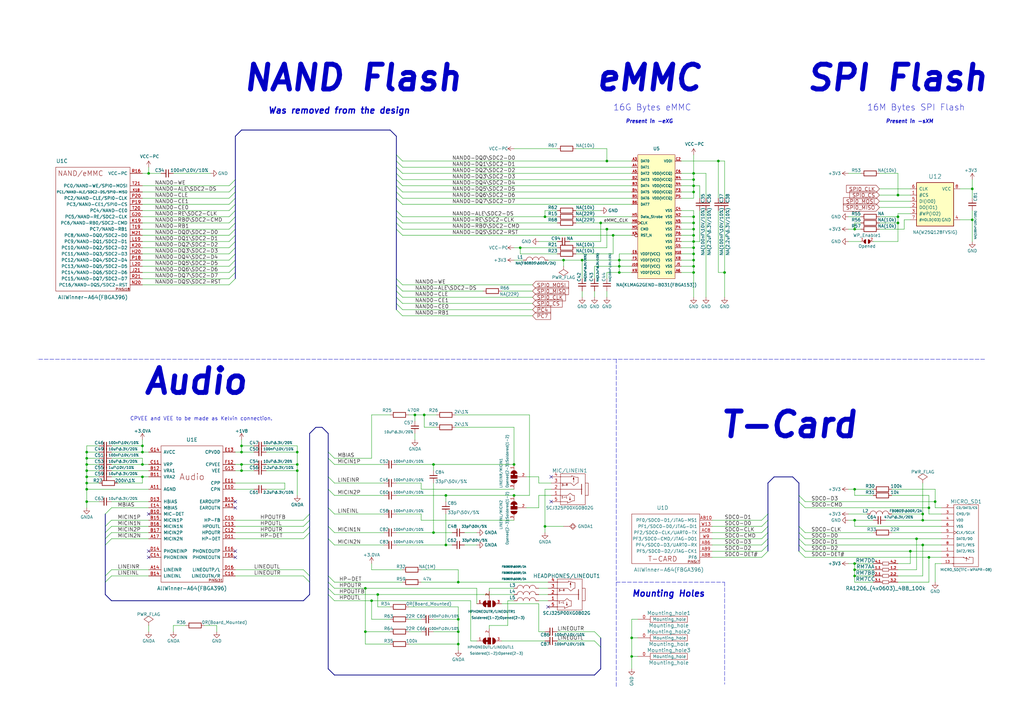
<source format=kicad_sch>
(kicad_sch (version 20250114) (generator "eeschema") (generator_version "9.0")
  (paper "A3")
  (title_block (title "A64-OLinuXino") (date "2020-02-11") (rev "G") (company "OLIMEX LTD, Bulgaria") (comment 1 "<c> 2020"))
  (text "Present in -sXM\n" (at 363.22 50.8 0) (effects (font (size 1.524 1.524) (thickness 0.3048) (bold yes) (italic yes)) (justify left bottom)))
  (text "SPI Flash\n" (at 330.2 38.1 0) (effects (font (size 10.16 10.16) (thickness 2.032) (bold yes) (italic yes)) (justify left bottom)))
  (text "Mounting Holes" (at 259.08 245.11 0) (effects (font (size 2.54 2.54) (thickness 0.508) (bold yes) (italic yes)) (justify left bottom)))
  (text "16M Bytes SPI Flash\n" (at 355.6 45.72 0) (effects (font (size 2.54 2.54)) (justify left bottom)))
  (text "Was removed from the design\n" (at 109.855 46.99 0) (effects (font (size 2.54 2.54) (thickness 0.508) (bold yes) (italic yes)) (justify left bottom)))
  (text "Present in -eXG\n" (at 256.54 50.8 0) (effects (font (size 1.524 1.524) (thickness 0.3048) (bold yes) (italic yes)) (justify left bottom)))
  (text "Audio" (at 58.42 162.56 0) (effects (font (size 10.16 10.16) (thickness 2.032) (bold yes) (italic yes)) (justify left bottom)))
  (text "NAND Flash" (at 99.06 38.1 0) (effects (font (size 10.16 10.16) (thickness 2.032) (bold yes) (italic yes)) (justify left bottom)))
  (text "16G Bytes eMMC\n" (at 251.46 45.72 0) (effects (font (size 2.54 2.54)) (justify left bottom)))
  (text "eMMC" (at 243.84 38.1 0) (effects (font (size 10.16 10.16) (thickness 2.032) (bold yes) (italic yes)) (justify left bottom)))
  (text "T-Card" (at 294.64 180.34 0) (effects (font (size 10.16 10.16) (thickness 2.032) (bold yes) (italic yes)) (justify left bottom)))
  (text "CPVEE and VEE to be made as Kelvin connection." (at 53.34 172.72 0) (effects (font (size 1.524 1.524)) (justify left bottom)))
  (junction (at 35.56 205.74))
  (junction (at 368.3 88.9))
  (junction (at 182.88 223.52))
  (junction (at 378.46 223.52))
  (junction (at 254 111.76))
  (junction (at 223.52 215.9))
  (junction (at 368.3 80.01))
  (junction (at 35.56 193.04))
  (junction (at 284.48 106.68))
  (junction (at 259.08 261.62))
  (junction (at 350.52 233.68))
  (junction (at 284.48 78.74))
  (junction (at 350.52 93.98))
  (junction (at 35.56 190.5))
  (junction (at 60.96 71.12))
  (junction (at 187.96 259.08))
  (junction (at 284.48 99.06))
  (junction (at 173.99 170.18))
  (junction (at 99.06 182.88))
  (junction (at 251.46 96.52))
  (junction (at 58.42 182.88))
  (junction (at 259.08 269.24))
  (junction (at 350.52 213.36))
  (junction (at 350.52 200.66))
  (junction (at 383.54 205.74))
  (junction (at 187.96 254))
  (junction (at 284.48 71.12))
  (junction (at 284.48 88.9))
  (junction (at 170.18 170.18))
  (junction (at 58.42 185.42))
  (junction (at 35.56 187.96))
  (junction (at 238.76 106.68))
  (junction (at 284.48 96.52))
  (junction (at 149.86 241.3))
  (junction (at 35.56 185.42))
  (junction (at 284.48 111.76))
  (junction (at 378.46 210.82))
  (junction (at 378.46 213.36))
  (junction (at 35.56 198.12))
  (junction (at 284.48 104.14))
  (junction (at 152.4 246.38))
  (junction (at 210.82 203.2))
  (junction (at 223.52 88.9))
  (junction (at 284.48 101.6))
  (junction (at 149.86 259.08))
  (junction (at 58.42 195.58))
  (junction (at 375.92 220.98))
  (junction (at 210.82 190.5))
  (junction (at 99.06 185.42))
  (junction (at 254 106.68))
  (junction (at 177.8 218.44))
  (junction (at 121.92 185.42))
  (junction (at 368.3 91.44))
  (junction (at 121.92 193.04))
  (junction (at 246.38 91.44))
  (junction (at 373.38 226.06))
  (junction (at 213.36 101.6))
  (junction (at 121.92 190.5))
  (junction (at 297.18 111.76))
  (junction (at 398.78 90.17))
  (junction (at 381 228.6))
  (junction (at 35.56 200.66))
  (junction (at 398.78 77.47))
  (junction (at 254 109.22))
  (junction (at 294.64 66.04))
  (junction (at 284.48 91.44))
  (junction (at 381 208.28))
  (junction (at 231.14 106.68))
  (junction (at 99.06 190.5))
  (junction (at 350.52 231.14))
  (junction (at 284.48 93.98))
  (junction (at 248.92 66.04))
  (junction (at 177.8 190.5))
  (junction (at 35.56 195.58))
  (junction (at 154.94 243.84))
  (junction (at 248.92 93.98))
  (junction (at 58.42 190.5))
  (junction (at 187.96 238.76))
  (junction (at 187.96 264.16))
  (junction (at 99.06 193.04))
  (junction (at 284.48 109.22))
  (junction (at 284.48 76.2))
  (junction (at 350.52 236.22))
  (junction (at 182.88 203.2))
  (junction (at 284.48 73.66))
  (no_connect (at 96.52 226.06))
  (no_connect (at 60.96 210.82))
  (no_connect (at 96.52 205.74))
  (no_connect (at 96.52 228.6))
  (no_connect (at 226.06 195.58))
  (no_connect (at 226.06 205.74))
  (no_connect (at 60.96 226.06))
  (no_connect (at 60.96 228.6))
  (no_connect (at 224.79 248.92))
  (no_connect (at 96.52 208.28))
  (bus_entry (at 96.52 81.28) (size -2.54 2.54))
  (bus_entry (at 96.52 111.76) (size -2.54 2.54))
  (bus_entry (at 314.96 213.36) (size -2.54 2.54))
  (bus_entry (at 134.62 200.66) (size 2.54 2.54))
  (bus_entry (at 96.52 86.36) (size -2.54 2.54))
  (bus_entry (at 314.96 210.82) (size -2.54 2.54))
  (bus_entry (at 134.62 187.96) (size 2.54 2.54))
  (bus_entry (at 134.62 215.9) (size 2.54 2.54))
  (bus_entry (at 124.46 233.68) (size 2.54 2.54))
  (bus_entry (at 134.62 220.98) (size 2.54 2.54))
  (bus_entry (at 96.52 99.06) (size -2.54 2.54))
  (bus_entry (at 162.56 124.46) (size 2.54 2.54))
  (bus_entry (at 134.62 208.28) (size 2.54 2.54))
  (bus_entry (at 327.66 223.52) (size 2.54 2.54))
  (bus_entry (at 124.46 236.22) (size 2.54 2.54))
  (bus_entry (at 327.66 215.9) (size 2.54 2.54))
  (bus_entry (at 162.56 76.2) (size 2.54 2.54))
  (bus_entry (at 96.52 73.66) (size -2.54 2.54))
  (bus_entry (at 134.62 243.84) (size 2.54 2.54))
  (bus_entry (at 162.56 78.74) (size 2.54 2.54))
  (bus_entry (at 96.52 106.68) (size -2.54 2.54))
  (bus_entry (at 243.84 262.89) (size 2.54 2.54))
  (bus_entry (at 327.66 220.98) (size 2.54 2.54))
  (bus_entry (at 96.52 104.14) (size -2.54 2.54))
  (bus_entry (at 96.52 83.82) (size -2.54 2.54))
  (bus_entry (at 162.56 73.66) (size 2.54 2.54))
  (bus_entry (at 96.52 114.3) (size -2.54 2.54))
  (bus_entry (at 162.56 121.92) (size 2.54 2.54))
  (bus_entry (at 45.72 218.44) (size -2.54 2.54))
  (bus_entry (at 127 210.82) (size -2.54 2.54))
  (bus_entry (at 96.52 78.74) (size -2.54 2.54))
  (bus_entry (at 162.56 116.84) (size 2.54 2.54))
  (bus_entry (at 162.56 88.9) (size 2.54 2.54))
  (bus_entry (at 45.72 208.28) (size -2.54 2.54))
  (bus_entry (at 134.62 236.22) (size 2.54 2.54))
  (bus_entry (at 162.56 81.28) (size 2.54 2.54))
  (bus_entry (at 162.56 91.44) (size 2.54 2.54))
  (bus_entry (at 134.62 195.58) (size 2.54 2.54))
  (bus_entry (at 314.96 218.44) (size -2.54 2.54))
  (bus_entry (at 45.72 220.98) (size -2.54 2.54))
  (bus_entry (at 134.62 185.42) (size 2.54 2.54))
  (bus_entry (at 162.56 68.58) (size 2.54 2.54))
  (bus_entry (at 162.56 86.36) (size 2.54 2.54))
  (bus_entry (at 327.66 218.44) (size 2.54 2.54))
  (bus_entry (at 162.56 93.98) (size 2.54 2.54))
  (bus_entry (at 96.52 109.22) (size -2.54 2.54))
  (bus_entry (at 45.72 215.9) (size -2.54 2.54))
  (bus_entry (at 96.52 96.52) (size -2.54 2.54))
  (bus_entry (at 162.56 71.12) (size 2.54 2.54))
  (bus_entry (at 127 218.44) (size -2.54 2.54))
  (bus_entry (at 327.66 205.74) (size 2.54 2.54))
  (bus_entry (at 162.56 66.04) (size 2.54 2.54))
  (bus_entry (at 45.72 233.68) (size -2.54 2.54))
  (bus_entry (at 162.56 119.38) (size 2.54 2.54))
  (bus_entry (at 314.96 215.9) (size -2.54 2.54))
  (bus_entry (at 314.96 223.52) (size -2.54 2.54))
  (bus_entry (at 96.52 91.44) (size -2.54 2.54))
  (bus_entry (at 327.66 226.06) (size 2.54 2.54))
  (bus_entry (at 327.66 203.2) (size 2.54 2.54))
  (bus_entry (at 96.52 101.6) (size -2.54 2.54))
  (bus_entry (at 134.62 241.3) (size 2.54 2.54))
  (bus_entry (at 45.72 236.22) (size -2.54 2.54))
  (bus_entry (at 162.56 114.3) (size 2.54 2.54))
  (bus_entry (at 96.52 88.9) (size -2.54 2.54))
  (bus_entry (at 314.96 220.98) (size -2.54 2.54))
  (bus_entry (at 314.96 226.06) (size -2.54 2.54))
  (bus_entry (at 127 215.9) (size -2.54 2.54))
  (bus_entry (at 96.52 93.98) (size -2.54 2.54))
  (bus_entry (at 243.84 259.08) (size 2.54 2.54))
  (bus_entry (at 162.56 63.5) (size 2.54 2.54))
  (bus_entry (at 45.72 213.36) (size -2.54 2.54))
  (bus_entry (at 162.56 127) (size 2.54 2.54))
  (bus_entry (at 127 213.36) (size -2.54 2.54))
  (bus_entry (at 96.52 76.2) (size -2.54 2.54))
  (bus_entry (at 134.62 238.76) (size 2.54 2.54))
  (wire (pts (xy 99.06 182.88) (xy 99.06 185.42)))
  (wire (pts (xy 121.92 190.5) (xy 109.22 190.5)))
  (wire (pts (xy 45.72 195.58) (xy 58.42 195.58)))
  (wire (pts (xy 224.79 106.68) (xy 231.14 106.68)))
  (wire (pts (xy 109.22 185.42) (xy 121.92 185.42)))
  (wire (pts (xy 248.92 93.98) (xy 248.92 101.6)))
  (wire (pts (xy 58.42 185.42) (xy 60.96 185.42)))
  (wire (pts (xy 152.4 254) (xy 152.4 246.38)))
  (wire (pts (xy 154.94 243.84) (xy 210.82 243.84)))
  (wire (pts (xy 251.46 96.52) (xy 259.08 96.52)))
  (bus (pts (xy 314.96 220.98) (xy 314.96 223.52)))
  (wire (pts (xy 287.02 76.2) (xy 287.02 81.28)))
  (wire (pts (xy 347.98 200.66) (xy 350.52 200.66)))
  (bus (pts (xy 246.38 274.32) (xy 243.84 276.86)))
  (wire (pts (xy 279.4 76.2) (xy 284.48 76.2)))
  (wire (pts (xy 58.42 76.2) (xy 93.98 76.2)))
  (wire (pts (xy 215.9 195.58) (xy 220.98 195.58)))
  (wire (pts (xy 160.02 254) (xy 152.4 254)))
  (wire (pts (xy 243.84 109.22) (xy 243.84 114.3)))
  (wire (pts (xy 284.48 81.28) (xy 279.4 81.28)))
  (wire (pts (xy 373.38 226.06) (xy 386.08 226.06)))
  (wire (pts (xy 99.06 190.5) (xy 104.14 190.5)))
  (wire (pts (xy 350.52 231.14) (xy 358.14 231.14)))
  (wire (pts (xy 35.56 190.5) (xy 35.56 193.04)))
  (wire (pts (xy 170.18 170.18) (xy 170.18 172.72)))
  (wire (pts (xy 96.52 218.44) (xy 124.46 218.44)))
  (wire (pts (xy 279.4 88.9) (xy 284.48 88.9)))
  (wire (pts (xy 45.72 193.04) (xy 60.96 193.04)))
  (bus (pts (xy 127 243.84) (xy 124.46 246.38)))
  (wire (pts (xy 213.36 104.14) (xy 228.6 104.14)))
  (wire (pts (xy 149.86 241.3) (xy 195.58 241.3)))
  (wire (pts (xy 353.06 88.9) (xy 347.98 88.9)))
  (bus (pts (xy 314.96 210.82) (xy 314.96 213.36)))
  (wire (pts (xy 231.14 109.22) (xy 231.14 106.68)))
  (bus (pts (xy 327.66 218.44) (xy 327.66 220.98)))
  (bus (pts (xy 96.52 55.88) (xy 96.52 73.66)))
  (bus (pts (xy 134.62 238.76) (xy 134.62 241.3)))
  (wire (pts (xy 210.82 246.38) (xy 208.28 246.38)))
  (wire (pts (xy 60.96 215.9) (xy 45.72 215.9)))
  (wire (pts (xy 259.08 269.24) (xy 259.08 274.32)))
  (wire (pts (xy 35.56 195.58) (xy 35.56 198.12)))
  (wire (pts (xy 58.42 195.58) (xy 60.96 195.58)))
  (wire (pts (xy 368.3 91.44) (xy 360.68 91.44)))
  (wire (pts (xy 254 104.14) (xy 259.08 104.14)))
  (bus (pts (xy 134.62 236.22) (xy 134.62 238.76)))
  (wire (pts (xy 177.8 254) (xy 187.96 254)))
  (wire (pts (xy 284.48 93.98) (xy 284.48 96.52)))
  (wire (pts (xy 99.06 185.42) (xy 104.14 185.42)))
  (wire (pts (xy 99.06 193.04) (xy 104.14 193.04)))
  (wire (pts (xy 381 228.6) (xy 386.08 228.6)))
  (wire (pts (xy 165.1 91.44) (xy 228.6 91.44)))
  (bus (pts (xy 43.18 236.22) (xy 43.18 238.76)))
  (bus (pts (xy 162.56 81.28) (xy 162.56 86.36)))
  (wire (pts (xy 173.99 175.26) (xy 179.07 175.26)))
  (bus (pts (xy 43.18 210.82) (xy 43.18 215.9)))
  (bus (pts (xy 134.62 195.58) (xy 134.62 200.66)))
  (bus (pts (xy 127 238.76) (xy 127 243.84)))
  (wire (pts (xy 370.84 90.17) (xy 370.84 93.98)))
  (wire (pts (xy 35.56 185.42) (xy 35.56 187.96)))
  (wire (pts (xy 167.64 248.92) (xy 187.96 248.92)))
  (bus (pts (xy 327.66 223.52) (xy 327.66 226.06)))
  (wire (pts (xy 60.96 236.22) (xy 45.72 236.22)))
  (wire (pts (xy 96.52 190.5) (xy 99.06 190.5)))
  (bus (pts (xy 162.56 71.12) (xy 162.56 73.66)))
  (wire (pts (xy 165.1 124.46) (xy 218.44 124.46)))
  (wire (pts (xy 373.38 87.63) (xy 368.3 87.63)))
  (wire (pts (xy 223.52 215.9) (xy 223.52 218.44)))
  (wire (pts (xy 217.17 170.18) (xy 186.69 170.18)))
  (wire (pts (xy 365.76 200.66) (xy 383.54 200.66)))
  (wire (pts (xy 259.08 254) (xy 259.08 261.62)))
  (wire (pts (xy 152.4 187.96) (xy 152.4 170.18)))
  (wire (pts (xy 60.96 71.12) (xy 66.04 71.12)))
  (wire (pts (xy 297.18 66.04) (xy 297.18 81.28)))
  (wire (pts (xy 226.06 203.2) (xy 220.98 203.2)))
  (wire (pts (xy 137.16 198.12) (xy 157.48 198.12)))
  (bus (pts (xy 314.96 198.12) (xy 317.5 195.58)))
  (wire (pts (xy 35.56 187.96) (xy 40.64 187.96)))
  (wire (pts (xy 223.52 200.66) (xy 223.52 215.9)))
  (wire (pts (xy 289.56 86.36) (xy 289.56 121.92)))
  (wire (pts (xy 187.96 259.08) (xy 187.96 264.16)))
  (wire (pts (xy 383.54 238.76) (xy 383.54 231.14)))
  (wire (pts (xy 284.48 71.12) (xy 289.56 71.12)))
  (wire (pts (xy 35.56 187.96) (xy 35.56 190.5)))
  (wire (pts (xy 137.16 243.84) (xy 154.94 243.84)))
  (wire (pts (xy 398.78 86.36) (xy 398.78 90.17)))
  (wire (pts (xy 398.78 73.66) (xy 398.78 77.47)))
  (bus (pts (xy 43.18 223.52) (xy 43.18 236.22)))
  (bus (pts (xy 134.62 274.32) (xy 137.16 276.86)))
  (wire (pts (xy 284.48 88.9) (xy 284.48 91.44)))
  (wire (pts (xy 236.22 88.9) (xy 259.08 88.9)))
  (wire (pts (xy 172.72 238.76) (xy 187.96 238.76)))
  (wire (pts (xy 226.06 200.66) (xy 223.52 200.66)))
  (wire (pts (xy 88.9 256.54) (xy 88.9 259.08)))
  (bus (pts (xy 96.52 81.28) (xy 96.52 83.82)))
  (wire (pts (xy 368.3 91.44) (xy 368.3 99.06)))
  (bus (pts (xy 162.56 121.92) (xy 162.56 124.46)))
  (wire (pts (xy 104.14 182.88) (xy 99.06 182.88)))
  (wire (pts (xy 375.92 233.68) (xy 375.92 220.98)))
  (wire (pts (xy 165.1 233.68) (xy 152.4 233.68)))
  (wire (pts (xy 173.99 170.18) (xy 179.07 170.18)))
  (wire (pts (xy 243.84 262.89) (xy 228.6 262.89)))
  (wire (pts (xy 60.96 213.36) (xy 45.72 213.36)))
  (bus (pts (xy 96.52 88.9) (xy 96.52 91.44)))
  (wire (pts (xy 45.72 182.88) (xy 58.42 182.88)))
  (wire (pts (xy 330.2 208.28) (xy 381 208.28)))
  (wire (pts (xy 381 208.28) (xy 381 210.82)))
  (wire (pts (xy 58.42 187.96) (xy 58.42 190.5)))
  (wire (pts (xy 279.4 99.06) (xy 284.48 99.06)))
  (wire (pts (xy 297.18 86.36) (xy 297.18 111.76)))
  (wire (pts (xy 350.52 231.14) (xy 350.52 233.68)))
  (wire (pts (xy 165.1 129.54) (xy 218.44 129.54)))
  (wire (pts (xy 149.86 264.16) (xy 160.02 264.16)))
  (wire (pts (xy 238.76 106.68) (xy 254 106.68)))
  (bus (pts (xy 96.52 86.36) (xy 96.52 88.9)))
  (wire (pts (xy 254 104.14) (xy 254 106.68)))
  (wire (pts (xy 228.6 259.08) (xy 243.84 259.08)))
  (wire (pts (xy 330.2 228.6) (xy 381 228.6)))
  (bus (pts (xy 45.72 246.38) (xy 43.18 243.84)))
  (wire (pts (xy 35.56 190.5) (xy 40.64 190.5)))
  (wire (pts (xy 182.88 210.82) (xy 182.88 223.52)))
  (wire (pts (xy 182.88 203.2) (xy 210.82 203.2)))
  (bus (pts (xy 327.66 215.9) (xy 327.66 218.44)))
  (wire (pts (xy 284.48 106.68) (xy 284.48 109.22)))
  (wire (pts (xy 160.02 248.92) (xy 154.94 248.92)))
  (wire (pts (xy 279.4 71.12) (xy 284.48 71.12)))
  (wire (pts (xy 220.98 246.38) (xy 224.79 246.38)))
  (wire (pts (xy 373.38 90.17) (xy 370.84 90.17)))
  (wire (pts (xy 60.96 256.54) (xy 60.96 259.08)))
  (wire (pts (xy 398.78 90.17) (xy 398.78 99.06)))
  (wire (pts (xy 187.96 238.76) (xy 224.79 238.76)))
  (wire (pts (xy 292.1 215.9) (xy 312.42 215.9)))
  (wire (pts (xy 182.88 203.2) (xy 182.88 205.74)))
  (wire (pts (xy 294.64 111.76) (xy 297.18 111.76)))
  (wire (pts (xy 368.3 238.76) (xy 381 238.76)))
  (bus (pts (xy 127 236.22) (xy 127 238.76)))
  (bus (pts (xy 162.56 86.36) (xy 162.56 88.9)))
  (wire (pts (xy 165.1 121.92) (xy 218.44 121.92)))
  (wire (pts (xy 35.56 182.88) (xy 35.56 185.42)))
  (bus (pts (xy 327.66 203.2) (xy 327.66 205.74)))
  (wire (pts (xy 233.68 99.06) (xy 246.38 99.06)))
  (wire (pts (xy 170.18 177.8) (xy 170.18 180.34)))
  (wire (pts (xy 350.52 213.36) (xy 358.14 213.36)))
  (wire (pts (xy 368.3 88.9) (xy 368.3 91.44)))
  (wire (pts (xy 383.54 200.66) (xy 383.54 205.74)))
  (wire (pts (xy 157.48 190.5) (xy 137.16 190.5)))
  (wire (pts (xy 358.14 203.2) (xy 350.52 203.2)))
  (wire (pts (xy 363.22 213.36) (xy 378.46 213.36)))
  (wire (pts (xy 45.72 205.74) (xy 60.96 205.74)))
  (wire (pts (xy 248.92 111.76) (xy 248.92 114.3)))
  (wire (pts (xy 83.82 256.54) (xy 88.9 256.54)))
  (wire (pts (xy 292.1 218.44) (xy 312.42 218.44)))
  (wire (pts (xy 365.76 210.82) (xy 378.46 210.82)))
  (wire (pts (xy 162.56 223.52) (xy 182.88 223.52)))
  (bus (pts (xy 327.66 205.74) (xy 327.66 215.9)))
  (bus (pts (xy 162.56 78.74) (xy 162.56 81.28)))
  (wire (pts (xy 284.48 78.74) (xy 279.4 78.74)))
  (wire (pts (xy 347.98 99.06) (xy 353.06 99.06)))
  (bus (pts (xy 317.5 195.58) (xy 325.12 195.58)))
  (wire (pts (xy 353.06 71.12) (xy 347.98 71.12)))
  (wire (pts (xy 350.52 215.9) (xy 350.52 213.36)))
  (wire (pts (xy 350.52 233.68) (xy 350.52 236.22)))
  (wire (pts (xy 289.56 71.12) (xy 289.56 81.28)))
  (wire (pts (xy 165.1 66.04) (xy 248.92 66.04)))
  (bus (pts (xy 246.38 265.43) (xy 246.38 274.32)))
  (bus (pts (xy 246.38 261.62) (xy 246.38 265.43)))
  (wire (pts (xy 40.64 185.42) (xy 35.56 185.42)))
  (wire (pts (xy 393.7 77.47) (xy 398.78 77.47)))
  (wire (pts (xy 165.1 127) (xy 218.44 127)))
  (wire (pts (xy 251.46 96.52) (xy 251.46 104.14)))
  (wire (pts (xy 172.72 198.12) (xy 172.72 200.66)))
  (wire (pts (xy 165.1 71.12) (xy 259.08 71.12)))
  (wire (pts (xy 172.72 213.36) (xy 172.72 210.82)))
  (wire (pts (xy 35.56 205.74) (xy 40.64 205.74)))
  (wire (pts (xy 167.64 170.18) (xy 170.18 170.18)))
  (wire (pts (xy 58.42 109.22) (xy 93.98 109.22)))
  (wire (pts (xy 398.78 77.47) (xy 398.78 81.28)))
  (wire (pts (xy 360.68 88.9) (xy 368.3 88.9)))
  (wire (pts (xy 261.62 254) (xy 259.08 254)))
  (bus (pts (xy 124.46 246.38) (xy 45.72 246.38)))
  (wire (pts (xy 254 106.68) (xy 259.08 106.68)))
  (wire (pts (xy 71.12 256.54) (xy 71.12 259.08)))
  (wire (pts (xy 60.96 218.44) (xy 45.72 218.44)))
  (wire (pts (xy 360.68 71.12) (xy 368.3 71.12)))
  (wire (pts (xy 248.92 60.96) (xy 236.22 60.96)))
  (wire (pts (xy 350.52 203.2) (xy 350.52 200.66)))
  (wire (pts (xy 71.12 71.12) (xy 86.36 71.12)))
  (wire (pts (xy 350.52 236.22) (xy 358.14 236.22)))
  (wire (pts (xy 284.48 76.2) (xy 284.48 78.74)))
  (wire (pts (xy 60.96 233.68) (xy 45.72 233.68)))
  (wire (pts (xy 187.96 248.92) (xy 187.96 254)))
  (wire (pts (xy 149.86 259.08) (xy 149.86 264.16)))
  (wire (pts (xy 165.1 81.28) (xy 259.08 81.28)))
  (wire (pts (xy 220.98 247.65) (xy 220.98 259.08)))
  (bus (pts (xy 162.56 63.5) (xy 162.56 66.04)))
  (wire (pts (xy 96.52 233.68) (xy 124.46 233.68)))
  (wire (pts (xy 284.48 63.5) (xy 284.48 71.12)))
  (wire (pts (xy 284.48 73.66) (xy 284.48 76.2)))
  (wire (pts (xy 157.48 218.44) (xy 137.16 218.44)))
  (wire (pts (xy 195.58 218.44) (xy 190.5 218.44)))
  (wire (pts (xy 193.04 262.89) (xy 195.58 262.89)))
  (bus (pts (xy 96.52 104.14) (xy 96.52 106.68)))
  (wire (pts (xy 248.92 60.96) (xy 248.92 66.04)))
  (bus (pts (xy 96.52 111.76) (xy 96.52 114.3)))
  (wire (pts (xy 254 109.22) (xy 259.08 109.22)))
  (wire (pts (xy 386.08 215.9) (xy 350.52 215.9)))
  (wire (pts (xy 58.42 91.44) (xy 93.98 91.44)))
  (wire (pts (xy 165.1 119.38) (xy 198.12 119.38)))
  (wire (pts (xy 373.38 77.47) (xy 360.68 77.47)))
  (wire (pts (xy 165.1 83.82) (xy 259.08 83.82)))
  (bus (pts (xy 162.56 114.3) (xy 162.56 116.84)))
  (wire (pts (xy 284.48 106.68) (xy 279.4 106.68)))
  (wire (pts (xy 58.42 198.12) (xy 58.42 195.58)))
  (wire (pts (xy 378.46 210.82) (xy 378.46 213.36)))
  (wire (pts (xy 347.98 93.98) (xy 350.52 93.98)))
  (wire (pts (xy 167.64 259.08) (xy 172.72 259.08)))
  (wire (pts (xy 177.8 218.44) (xy 185.42 218.44)))
  (wire (pts (xy 121.92 193.04) (xy 121.92 203.2)))
  (wire (pts (xy 220.98 243.84) (xy 224.79 243.84)))
  (wire (pts (xy 165.1 76.2) (xy 259.08 76.2)))
  (wire (pts (xy 45.72 208.28) (xy 60.96 208.28)))
  (bus (pts (xy 162.56 119.38) (xy 162.56 121.92)))
  (wire (pts (xy 223.52 86.36) (xy 223.52 88.9)))
  (bus (pts (xy 127 210.82) (xy 127 213.36)))
  (wire (pts (xy 177.8 190.5) (xy 177.8 193.04)))
  (bus (pts (xy 43.18 238.76) (xy 43.18 243.84)))
  (wire (pts (xy 210.82 190.5) (xy 210.82 175.26)))
  (wire (pts (xy 279.4 66.04) (xy 294.64 66.04)))
  (wire (pts (xy 96.52 193.04) (xy 99.06 193.04)))
  (wire (pts (xy 292.1 213.36) (xy 312.42 213.36)))
  (wire (pts (xy 172.72 233.68) (xy 187.96 233.68)))
  (wire (pts (xy 373.38 85.09) (xy 360.68 85.09)))
  (wire (pts (xy 254 111.76) (xy 259.08 111.76)))
  (bus (pts (xy 96.52 99.06) (xy 96.52 101.6)))
  (wire (pts (xy 220.98 195.58) (xy 220.98 198.12)))
  (wire (pts (xy 381 238.76) (xy 381 228.6)))
  (wire (pts (xy 220.98 198.12) (xy 226.06 198.12)))
  (wire (pts (xy 187.96 264.16) (xy 167.64 264.16)))
  (wire (pts (xy 214.63 106.68) (xy 210.82 106.68)))
  (wire (pts (xy 330.2 223.52) (xy 378.46 223.52)))
  (wire (pts (xy 58.42 190.5) (xy 60.96 190.5)))
  (wire (pts (xy 195.58 223.52) (xy 190.5 223.52)))
  (bus (pts (xy 96.52 96.52) (xy 96.52 99.06)))
  (wire (pts (xy 294.64 66.04) (xy 294.64 81.28)))
  (wire (pts (xy 254 106.68) (xy 254 109.22)))
  (wire (pts (xy 284.48 91.44) (xy 284.48 93.98)))
  (wire (pts (xy 35.56 198.12) (xy 35.56 200.66)))
  (wire (pts (xy 149.86 259.08) (xy 160.02 259.08)))
  (wire (pts (xy 172.72 254) (xy 167.64 254)))
  (wire (pts (xy 330.2 220.98) (xy 375.92 220.98)))
  (wire (pts (xy 231.14 215.9) (xy 223.52 215.9)))
  (bus (pts (xy 314.96 218.44) (xy 314.96 220.98)))
  (bus (pts (xy 96.52 93.98) (xy 96.52 96.52)))
  (wire (pts (xy 294.64 66.04) (xy 297.18 66.04)))
  (wire (pts (xy 58.42 101.6) (xy 93.98 101.6)))
  (wire (pts (xy 350.52 91.44) (xy 350.52 93.98)))
  (wire (pts (xy 378.46 213.36) (xy 386.08 213.36)))
  (bus (pts (xy 134.62 177.8) (xy 134.62 185.42)))
  (bus (pts (xy 134.62 200.66) (xy 134.62 208.28)))
  (wire (pts (xy 330.2 226.06) (xy 373.38 226.06)))
  (wire (pts (xy 58.42 96.52) (xy 93.98 96.52)))
  (wire (pts (xy 172.72 210.82) (xy 162.56 210.82)))
  (wire (pts (xy 195.58 241.3) (xy 195.58 247.65)))
  (wire (pts (xy 137.16 187.96) (xy 152.4 187.96)))
  (polyline (pts (xy 252.73 238.76) (xy 297.18 238.76)) (stroke (width 0) (type dash)))
  (wire (pts (xy 284.48 111.76) (xy 279.4 111.76)))
  (wire (pts (xy 248.92 93.98) (xy 259.08 93.98)))
  (wire (pts (xy 383.54 208.28) (xy 386.08 208.28)))
  (wire (pts (xy 137.16 210.82) (xy 157.48 210.82)))
  (bus (pts (xy 162.56 116.84) (xy 162.56 119.38)))
  (bus (pts (xy 96.52 76.2) (xy 96.52 78.74)))
  (wire (pts (xy 360.68 80.01) (xy 368.3 80.01)))
  (wire (pts (xy 246.38 99.06) (xy 246.38 91.44)))
  (wire (pts (xy 284.48 91.44) (xy 279.4 91.44)))
  (wire (pts (xy 261.62 261.62) (xy 259.08 261.62)))
  (bus (pts (xy 314.96 213.36) (xy 314.96 215.9)))
  (bus (pts (xy 162.56 93.98) (xy 162.56 114.3)))
  (wire (pts (xy 137.16 246.38) (xy 152.4 246.38)))
  (bus (pts (xy 96.52 78.74) (xy 96.52 81.28)))
  (wire (pts (xy 48.26 198.12) (xy 58.42 198.12)))
  (bus (pts (xy 162.56 124.46) (xy 162.56 127)))
  (bus (pts (xy 325.12 195.58) (xy 327.66 198.12)))
  (wire (pts (xy 200.66 241.3) (xy 210.82 241.3)))
  (bus (pts (xy 134.62 177.8) (xy 132.08 175.26)))
  (wire (pts (xy 208.28 246.38) (xy 208.28 256.54)))
  (bus (pts (xy 43.18 215.9) (xy 43.18 218.44)))
  (wire (pts (xy 292.1 226.06) (xy 312.42 226.06)))
  (wire (pts (xy 121.92 185.42) (xy 121.92 190.5)))
  (wire (pts (xy 248.92 66.04) (xy 259.08 66.04)))
  (wire (pts (xy 350.52 93.98) (xy 353.06 93.98)))
  (wire (pts (xy 60.96 220.98) (xy 45.72 220.98)))
  (wire (pts (xy 45.72 185.42) (xy 58.42 185.42)))
  (polyline (pts (xy 297.18 238.76) (xy 297.18 280.67)) (stroke (width 0) (type dash)))
  (wire (pts (xy 373.38 82.55) (xy 360.68 82.55)))
  (wire (pts (xy 292.1 223.52) (xy 312.42 223.52)))
  (wire (pts (xy 165.1 73.66) (xy 259.08 73.66)))
  (wire (pts (xy 238.76 121.92) (xy 238.76 119.38)))
  (wire (pts (xy 246.38 91.44) (xy 259.08 91.44)))
  (wire (pts (xy 284.48 101.6) (xy 279.4 101.6)))
  (bus (pts (xy 162.56 66.04) (xy 162.56 68.58)))
  (wire (pts (xy 236.22 86.36) (xy 246.38 86.36)))
  (wire (pts (xy 173.99 170.18) (xy 173.99 175.26)))
  (wire (pts (xy 121.92 193.04) (xy 109.22 193.04)))
  (wire (pts (xy 162.56 203.2) (xy 182.88 203.2)))
  (bus (pts (xy 134.62 187.96) (xy 134.62 195.58)))
  (wire (pts (xy 284.48 101.6) (xy 284.48 104.14)))
  (wire (pts (xy 284.48 78.74) (xy 284.48 81.28)))
  (wire (pts (xy 347.98 210.82) (xy 355.6 210.82)))
  (wire (pts (xy 254 109.22) (xy 254 111.76)))
  (wire (pts (xy 294.64 86.36) (xy 294.64 111.76)))
  (wire (pts (xy 368.3 236.22) (xy 378.46 236.22)))
  (wire (pts (xy 210.82 175.26) (xy 186.69 175.26)))
  (bus (pts (xy 127 213.36) (xy 127 215.9)))
  (wire (pts (xy 58.42 71.12) (xy 60.96 71.12)))
  (wire (pts (xy 58.42 104.14) (xy 93.98 104.14)))
  (wire (pts (xy 182.88 223.52) (xy 185.42 223.52)))
  (wire (pts (xy 137.16 241.3) (xy 149.86 241.3)))
  (wire (pts (xy 330.2 218.44) (xy 358.14 218.44)))
  (wire (pts (xy 165.1 68.58) (xy 259.08 68.58)))
  (wire (pts (xy 368.3 233.68) (xy 375.92 233.68)))
  (wire (pts (xy 350.52 236.22) (xy 350.52 238.76)))
  (wire (pts (xy 365.76 203.2) (xy 381 203.2)))
  (bus (pts (xy 134.62 185.42) (xy 134.62 187.96)))
  (wire (pts (xy 228.6 99.06) (xy 220.98 99.06)))
  (wire (pts (xy 284.48 73.66) (xy 279.4 73.66)))
  (wire (pts (xy 76.2 256.54) (xy 71.12 256.54)))
  (bus (pts (xy 314.96 198.12) (xy 314.96 210.82)))
  (bus (pts (xy 162.56 88.9) (xy 162.56 91.44)))
  (bus (pts (xy 127 177.8) (xy 127 210.82)))
  (wire (pts (xy 200.66 242.57) (xy 200.66 241.3)))
  (wire (pts (xy 284.48 109.22) (xy 279.4 109.22)))
  (wire (pts (xy 165.1 238.76) (xy 137.16 238.76)))
  (wire (pts (xy 35.56 198.12) (xy 40.64 198.12)))
  (wire (pts (xy 378.46 198.12) (xy 378.46 210.82)))
  (wire (pts (xy 292.1 220.98) (xy 312.42 220.98)))
  (wire (pts (xy 261.62 269.24) (xy 259.08 269.24)))
  (bus (pts (xy 96.52 109.22) (xy 96.52 111.76)))
  (wire (pts (xy 217.17 203.2) (xy 217.17 170.18)))
  (wire (pts (xy 96.52 213.36) (xy 124.46 213.36)))
  (bus (pts (xy 327.66 220.98) (xy 327.66 223.52)))
  (wire (pts (xy 350.52 200.66) (xy 358.14 200.66)))
  (bus (pts (xy 96.52 73.66) (xy 96.52 76.2)))
  (wire (pts (xy 58.42 83.82) (xy 93.98 83.82)))
  (wire (pts (xy 248.92 101.6) (xy 236.22 101.6)))
  (wire (pts (xy 284.48 104.14) (xy 284.48 106.68)))
  (wire (pts (xy 187.96 254) (xy 187.96 259.08)))
  (wire (pts (xy 368.3 80.01) (xy 373.38 80.01)))
  (wire (pts (xy 162.56 198.12) (xy 172.72 198.12)))
  (wire (pts (xy 210.82 60.96) (xy 228.6 60.96)))
  (wire (pts (xy 177.8 198.12) (xy 177.8 218.44)))
  (wire (pts (xy 121.92 190.5) (xy 121.92 193.04)))
  (wire (pts (xy 228.6 86.36) (xy 223.52 86.36)))
  (wire (pts (xy 381 210.82) (xy 386.08 210.82)))
  (wire (pts (xy 58.42 180.34) (xy 58.42 182.88)))
  (wire (pts (xy 347.98 231.14) (xy 350.52 231.14)))
  (wire (pts (xy 378.46 223.52) (xy 386.08 223.52)))
  (polyline (pts (xy 403.86 147.32) (xy 15.24 147.32)) (stroke (width 0) (type dash)))
  (wire (pts (xy 284.48 99.06) (xy 287.02 99.06)))
  (wire (pts (xy 193.04 246.38) (xy 193.04 262.89)))
  (wire (pts (xy 223.52 88.9) (xy 228.6 88.9)))
  (wire (pts (xy 210.82 101.6) (xy 213.36 101.6)))
  (bus (pts (xy 134.62 215.9) (xy 134.62 220.98)))
  (bus (pts (xy 327.66 198.12) (xy 327.66 203.2)))
  (wire (pts (xy 238.76 106.68) (xy 238.76 114.3)))
  (bus (pts (xy 127 215.9) (xy 127 218.44)))
  (wire (pts (xy 375.92 220.98) (xy 386.08 220.98)))
  (wire (pts (xy 58.42 111.76) (xy 93.98 111.76)))
  (wire (pts (xy 149.86 241.3) (xy 149.86 259.08)))
  (bus (pts (xy 134.62 243.84) (xy 134.62 274.32)))
  (bus (pts (xy 162.56 55.88) (xy 162.56 63.5)))
  (wire (pts (xy 220.98 259.08) (xy 223.52 259.08)))
  (bus (pts (xy 96.52 101.6) (xy 96.52 104.14)))
  (bus (pts (xy 43.18 220.98) (xy 43.18 223.52)))
  (wire (pts (xy 284.48 96.52) (xy 279.4 96.52)))
  (wire (pts (xy 213.36 101.6) (xy 213.36 104.14)))
  (wire (pts (xy 116.84 200.66) (xy 109.22 200.66)))
  (wire (pts (xy 35.56 193.04) (xy 35.56 195.58)))
  (wire (pts (xy 165.1 116.84) (xy 218.44 116.84)))
  (wire (pts (xy 152.4 246.38) (xy 193.04 246.38)))
  (bus (pts (xy 99.06 53.34) (xy 160.02 53.34)))
  (wire (pts (xy 35.56 200.66) (xy 60.96 200.66)))
  (wire (pts (xy 353.06 91.44) (xy 350.52 91.44)))
  (wire (pts (xy 157.48 223.52) (xy 137.16 223.52)))
  (wire (pts (xy 393.7 90.17) (xy 398.78 90.17)))
  (bus (pts (xy 132.08 175.26) (xy 129.54 175.26)))
  (wire (pts (xy 99.06 180.34) (xy 99.06 182.88)))
  (wire (pts (xy 284.48 93.98) (xy 279.4 93.98)))
  (wire (pts (xy 368.3 99.06) (xy 358.14 99.06)))
  (wire (pts (xy 368.3 71.12) (xy 368.3 80.01)))
  (wire (pts (xy 58.42 182.88) (xy 58.42 185.42)))
  (bus (pts (xy 160.02 53.34) (xy 162.56 55.88)))
  (wire (pts (xy 370.84 93.98) (xy 360.68 93.98)))
  (bus (pts (xy 162.56 91.44) (xy 162.56 93.98)))
  (bus (pts (xy 162.56 76.2) (xy 162.56 78.74)))
  (wire (pts (xy 220.98 208.28) (xy 215.9 208.28)))
  (bus (pts (xy 314.96 223.52) (xy 314.96 226.06)))
  (wire (pts (xy 205.74 262.89) (xy 223.52 262.89)))
  (wire (pts (xy 187.96 233.68) (xy 187.96 238.76)))
  (wire (pts (xy 205.74 119.38) (xy 218.44 119.38)))
  (wire (pts (xy 58.42 106.68) (xy 93.98 106.68)))
  (bus (pts (xy 129.54 175.26) (xy 127 177.8)))
  (wire (pts (xy 284.48 111.76) (xy 284.48 121.92)))
  (wire (pts (xy 347.98 213.36) (xy 350.52 213.36)))
  (wire (pts (xy 386.08 218.44) (xy 365.76 218.44)))
  (wire (pts (xy 220.98 241.3) (xy 224.79 241.3)))
  (bus (pts (xy 314.96 215.9) (xy 314.96 218.44)))
  (wire (pts (xy 368.3 231.14) (xy 373.38 231.14)))
  (wire (pts (xy 45.72 187.96) (xy 58.42 187.96)))
  (wire (pts (xy 205.74 247.65) (xy 220.98 247.65)))
  (wire (pts (xy 187.96 264.16) (xy 187.96 266.7)))
  (bus (pts (xy 43.18 218.44) (xy 43.18 220.98)))
  (wire (pts (xy 383.54 231.14) (xy 386.08 231.14)))
  (wire (pts (xy 292.1 228.6) (xy 312.42 228.6)))
  (bus (pts (xy 96.52 55.88) (xy 99.06 53.34)))
  (wire (pts (xy 157.48 203.2) (xy 137.16 203.2)))
  (wire (pts (xy 287.02 99.06) (xy 287.02 86.36)))
  (wire (pts (xy 35.56 195.58) (xy 40.64 195.58)))
  (wire (pts (xy 162.56 218.44) (xy 177.8 218.44)))
  (wire (pts (xy 378.46 236.22) (xy 378.46 223.52)))
  (wire (pts (xy 152.4 170.18) (xy 160.02 170.18)))
  (wire (pts (xy 243.84 121.92) (xy 243.84 119.38)))
  (wire (pts (xy 165.1 93.98) (xy 248.92 93.98)))
  (bus (pts (xy 134.62 208.28) (xy 134.62 215.9)))
  (wire (pts (xy 58.42 78.74) (xy 93.98 78.74)))
  (wire (pts (xy 152.4 233.68) (xy 152.4 231.14)))
  (bus (pts (xy 127 218.44) (xy 127 236.22)))
  (wire (pts (xy 121.92 182.88) (xy 121.92 185.42)))
  (wire (pts (xy 383.54 205.74) (xy 383.54 208.28)))
  (wire (pts (xy 165.1 96.52) (xy 251.46 96.52)))
  (wire (pts (xy 96.52 198.12) (xy 116.84 198.12)))
  (wire (pts (xy 358.14 233.68) (xy 350.52 233.68)))
  (wire (pts (xy 330.2 205.74) (xy 383.54 205.74)))
  (wire (pts (xy 96.52 215.9) (xy 124.46 215.9)))
  (wire (pts (xy 165.1 88.9) (xy 223.52 88.9)))
  (polyline (pts (xy 252.73 147.32) (xy 252.73 281.94)) (stroke (width 0) (type dash)))
  (wire (pts (xy 213.36 101.6) (xy 228.6 101.6)))
  (wire (pts (xy 165.1 78.74) (xy 259.08 78.74)))
  (wire (pts (xy 236.22 91.44) (xy 246.38 91.44)))
  (wire (pts (xy 368.3 87.63) (xy 368.3 88.9)))
  (wire (pts (xy 208.28 256.54) (xy 200.66 256.54)))
  (wire (pts (xy 210.82 213.36) (xy 172.72 213.36)))
  (wire (pts (xy 96.52 200.66) (xy 104.14 200.66)))
  (wire (pts (xy 200.66 256.54) (xy 200.66 257.81)))
  (wire (pts (xy 58.42 116.84) (xy 93.98 116.84)))
  (wire (pts (xy 172.72 200.66) (xy 210.82 200.66)))
  (bus (pts (xy 96.52 106.68) (xy 96.52 109.22)))
  (wire (pts (xy 154.94 248.92) (xy 154.94 243.84)))
  (wire (pts (xy 60.96 68.58) (xy 60.96 71.12)))
  (wire (pts (xy 284.48 96.52) (xy 284.48 99.06)))
  (wire (pts (xy 248.92 121.92) (xy 248.92 119.38)))
  (wire (pts (xy 284.48 99.06) (xy 284.48 101.6)))
  (wire (pts (xy 187.96 259.08) (xy 177.8 259.08)))
  (wire (pts (xy 177.8 190.5) (xy 210.82 190.5)))
  (bus (pts (xy 137.16 276.86) (xy 243.84 276.86)))
  (wire (pts (xy 284.48 109.22) (xy 284.48 111.76)))
  (wire (pts (xy 350.52 238.76) (xy 358.14 238.76)))
  (wire (pts (xy 162.56 190.5) (xy 177.8 190.5)))
  (wire (pts (xy 35.56 182.88) (xy 40.64 182.88)))
  (wire (pts (xy 35.56 200.66) (xy 35.56 205.74)))
  (bus (pts (xy 162.56 68.58) (xy 162.56 71.12)))
  (wire (pts (xy 58.42 86.36) (xy 93.98 86.36)))
  (wire (pts (xy 96.52 220.98) (xy 124.46 220.98)))
  (wire (pts (xy 381 203.2) (xy 381 208.28)))
  (wire (pts (xy 58.42 93.98) (xy 93.98 93.98)))
  (wire (pts (xy 35.56 193.04) (xy 40.64 193.04)))
  (wire (pts (xy 170.18 170.18) (xy 173.99 170.18)))
  (wire (pts (xy 96.52 236.22) (xy 124.46 236.22)))
  (wire (pts (xy 109.22 182.88) (xy 121.92 182.88)))
  (bus (pts (xy 134.62 220.98) (xy 134.62 236.22)))
  (wire (pts (xy 58.42 81.28) (xy 93.98 81.28)))
  (wire (pts (xy 35.56 205.74) (xy 35.56 208.28)))
  (bus (pts (xy 96.52 91.44) (xy 96.52 93.98)))
  (wire (pts (xy 373.38 231.14) (xy 373.38 226.06)))
  (wire (pts (xy 259.08 261.62) (xy 259.08 269.24)))
  (wire (pts (xy 231.14 106.68) (xy 238.76 106.68)))
  (wire (pts (xy 220.98 203.2) (xy 220.98 208.28)))
  (bus (pts (xy 134.62 241.3) (xy 134.62 243.84)))
  (wire (pts (xy 99.06 190.5) (xy 99.06 193.04)))
  (wire (pts (xy 284.48 71.12) (xy 284.48 73.66)))
  (wire (pts (xy 284.48 104.14) (xy 279.4 104.14)))
  (wire (pts (xy 96.52 185.42) (xy 99.06 185.42)))
  (bus (pts (xy 96.52 83.82) (xy 96.52 86.36)))
  (wire (pts (xy 210.82 203.2) (xy 217.17 203.2)))
  (wire (pts (xy 58.42 114.3) (xy 93.98 114.3)))
  (wire (pts (xy 251.46 104.14) (xy 236.22 104.14)))
  (wire (pts (xy 45.72 190.5) (xy 58.42 190.5)))
  (wire (pts (xy 58.42 99.06) (xy 93.98 99.06)))
  (wire (pts (xy 279.4 86.36) (xy 284.48 86.36)))
  (wire (pts (xy 116.84 198.12) (xy 116.84 200.66)))
  (wire (pts (xy 243.84 109.22) (xy 254 109.22)))
  (wire (pts (xy 284.48 76.2) (xy 287.02 76.2)))
  (wire (pts (xy 284.48 86.36) (xy 284.48 88.9)))
  (wire (pts (xy 248.92 111.76) (xy 254 111.76)))
  (wire (pts (xy 58.42 88.9) (xy 93.98 88.9)))
  (bus (pts (xy 162.56 73.66) (xy 162.56 76.2)))
  (wire (pts (xy 297.18 111.76) (xy 297.18 121.92)))
  (label "SDC0-D0" (at 332.74 220.98 0) (effects (font (size 1.524 1.524))))
  (label "SDC0-D1" (at 297.18 213.36 0) (effects (font (size 1.524 1.524))))
  (label "LINEINR" (at 138.43 198.12 0) (effects (font (size 1.524 1.524))))
  (label "NAND0-DQ5\\SDC2-D5" (at 185.42 78.74 0) (effects (font (size 1.524 1.524))))
  (label "LINEOUTR" (at 104.14 236.22 0) (effects (font (size 1.524 1.524))))
  (label "NAND0-DQ6\\SDC2-D6" (at 185.42 81.28 0) (effects (font (size 1.524 1.524))))
  (label "SDC0-D3" (at 332.74 205.74 0) (effects (font (size 1.524 1.524))))
  (label "NAND0-RE\\SDC2-CLK" (at 185.42 91.44 0) (effects (font (size 1.524 1.524))))
  (label "LINEINL" (at 48.26 236.22 0) (effects (font (size 1.524 1.524))))
  (label "NAND0-DQ3\\SDC2-D3" (at 185.42 73.66 0) (effects (font (size 1.524 1.524))))
  (label "NAND0-RB1" (at 63.5 93.98 0) (effects (font (size 1.524 1.524))))
  (label "LINEOUTR" (at 228.6 259.08 0) (effects (font (size 1.524 1.524))))
  (label "HP-DET" (at 139.065 238.76 0) (effects (font (size 1.524 1.524))))
  (label "NAND0-DQ0\\SDC2-D0" (at 63.5 96.52 0) (effects (font (size 1.524 1.524))))
  (label "LINEOUTL" (at 228.6 262.89 0) (effects (font (size 1.524 1.524))))
  (label "SDC0-D3" (at 297.18 223.52 0) (effects (font (size 1.524 1.524))))
  (label "eMMC_CLK" (at 247.65 91.44 0))
  (label "SDC0-D0" (at 297.18 215.9 0) (effects (font (size 1.524 1.524))))
  (label "SDC0-CMD" (at 297.18 220.98 0) (effects (font (size 1.524 1.524))))
  (label "NAND0-DQ7\\SDC2-D7" (at 185.42 83.82 0) (effects (font (size 1.524 1.524))))
  (label "NAND0-WE" (at 170.18 116.84 0) (effects (font (size 1.524 1.524))))
  (label "NAND0-DQ6\\SDC2-D6" (at 63.5 111.76 0) (effects (font (size 1.524 1.524))))
  (label "NAND0-ALE\\SDC2-DS" (at 185.42 88.9 0) (effects (font (size 1.524 1.524))))
  (label "SDC0-CLK" (at 332.74 218.44 0) (effects (font (size 1.524 1.524))))
  (label "MICIN2N" (at 48.26 220.98 0) (effects (font (size 1.524 1.524))))
  (label "SDC0-CMD" (at 332.74 208.28 0) (effects (font (size 1.524 1.524))))
  (label "NAND0-CE1" (at 63.5 83.82 0) (effects (font (size 1.524 1.524))))
  (label "NAND0-DQ5\\SDC2-D5" (at 63.5 109.22 0) (effects (font (size 1.524 1.524))))
  (label "MICIN1P" (at 138.43 190.5 0) (effects (font (size 1.524 1.524))))
  (label "NAND0-RB0\\SDC2-CMD" (at 185.42 93.98 0) (effects (font (size 1.524 1.524))))
  (label "NAND0-WE" (at 63.5 76.2 0) (effects (font (size 1.524 1.524))))
  (label "NAND0-DQ3\\SDC2-D3" (at 63.5 104.14 0) (effects (font (size 1.524 1.524))))
  (label "NAND0-DQ2\\SDC2-D2" (at 63.5 101.6 0) (effects (font (size 1.524 1.524))))
  (label "MICIN1N" (at 138.43 218.44 0) (effects (font (size 1.524 1.524))))
  (label "HPOUTR" (at 106.68 218.44 0) (effects (font (size 1.524 1.524))))
  (label "MICIN2N" (at 138.43 223.52 0) (effects (font (size 1.524 1.524))))
  (label "NAND0-DQS\\SDC2-RST" (at 63.5 116.84 0) (effects (font (size 1.524 1.524))))
  (label "NAND0-DQ1\\SDC2-D1" (at 63.5 99.06 0) (effects (font (size 1.524 1.524))))
  (label "HP-DET" (at 106.68 220.98 0) (effects (font (size 1.524 1.524))))
  (label "MBIAS" (at 138.43 187.96 0) (effects (font (size 1.524 1.524))))
  (label "SDC0-DET#" (at 332.74 228.6 0) (effects (font (size 1.524 1.524))))
  (label "LINEOUTL" (at 104.14 233.68 0) (effects (font (size 1.524 1.524))))
  (label "NAND0-ALE\\SDC2-DS" (at 63.5 78.74 0) (effects (font (size 1.524 1.524))))
  (label "HPOUTR" (at 139.065 241.3 0) (effects (font (size 1.524 1.524))))
  (label "SDC0-CLK" (at 297.18 218.44 0) (effects (font (size 1.524 1.524))))
  (label "MICIN1P" (at 48.26 213.36 0) (effects (font (size 1.524 1.524))))
  (label "MICIN2P" (at 138.43 203.2 0) (effects (font (size 1.524 1.524))))
  (label "LINEINL" (at 138.43 210.82 0) (effects (font (size 1.524 1.524))))
  (label "MICIN1N" (at 48.26 215.9 0) (effects (font (size 1.524 1.524))))
  (label "MICIN2P" (at 48.26 218.44 0) (effects (font (size 1.524 1.524))))
  (label "NAND0-CE0" (at 63.5 86.36 0) (effects (font (size 1.524 1.524))))
  (label "HPOUTL" (at 139.065 246.38 0) (effects (font (size 1.524 1.524))))
  (label "NAND0-RE\\SDC2-CLK" (at 63.5 88.9 0) (effects (font (size 1.524 1.524))))
  (label "NAND0-DQ2\\SDC2-D2" (at 185.42 71.12 0) (effects (font (size 1.524 1.524))))
  (label "HPOUTFB" (at 139.065 243.84 0) (effects (font (size 1.524 1.524))))
  (label "NAND0-ALE\\SDC2-DS" (at 170.18 119.38 0) (effects (font (size 1.524 1.524))))
  (label "NAND0-CLE" (at 170.18 121.92 0) (effects (font (size 1.524 1.524))))
  (label "SDC0-DET#" (at 297.18 228.6 0) (effects (font (size 1.524 1.524))))
  (label "NAND0-CLE" (at 63.5 81.28 0) (effects (font (size 1.524 1.524))))
  (label "SDC0-D2" (at 332.74 226.06 0) (effects (font (size 1.524 1.524))))
  (label "NAND0-CE0" (at 170.18 127 0) (effects (font (size 1.524 1.524))))
  (label "MBIAS" (at 48.26 208.28 0) (effects (font (size 1.524 1.524))))
  (label "NAND0-DQ4\\SDC2-D4" (at 185.42 76.2 0) (effects (font (size 1.524 1.524))))
  (label "SDC0-D2" (at 297.18 226.06 0) (effects (font (size 1.524 1.524))))
  (label "NAND0-RB1" (at 170.18 129.54 0) (effects (font (size 1.524 1.524))))
  (label "LINEINR" (at 48.26 233.68 0) (effects (font (size 1.524 1.524))))
  (label "HPOUTFB" (at 106.68 213.36 0) (effects (font (size 1.524 1.524))))
  (label "NAND0-DQ4\\SDC2-D4" (at 63.5 106.68 0) (effects (font (size 1.524 1.524))))
  (label "NAND0-RB0\\SDC2-CMD" (at 63.5 91.44 0) (effects (font (size 1.524 1.524))))
  (label "NAND0-DQ7\\SDC2-D7" (at 63.5 114.3 0) (effects (font (size 1.524 1.524))))
  (label "NAND0-CE1" (at 170.18 124.46 0) (effects (font (size 1.524 1.524))))
  (label "NAND0-DQ1\\SDC2-D1" (at 185.42 68.58 0) (effects (font (size 1.524 1.524))))
  (label "HPOUTL" (at 106.68 215.9 0) (effects (font (size 1.524 1.524))))
  (label "SDC0-D1" (at 332.74 223.52 0) (effects (font (size 1.524 1.524))))
  (label "NAND0-DQS\\SDC2-RST" (at 185.42 96.52 0) (effects (font (size 1.524 1.524))))
  (label "NAND0-DQ0\\SDC2-D0" (at 185.42 66.04 0) (effects (font (size 1.524 1.524))))
  (global_label "SPI0_CLK" (shape input) (at 218.44 121.92 0) (effects (font (size 1.524 1.524))) (property "Intersheetrefs" "${INTERSHEET_REFS}" (effects (hide yes))))
  (global_label "SPI0_MOSI" (shape input) (at 218.44 116.84 0) (effects (font (size 1.524 1.524))) (property "Intersheetrefs" "${INTERSHEET_REFS}" (effects (hide yes))))
  (global_label "PC7" (shape input) (at 218.44 129.54 0) (effects (font (size 1.524 1.524))) (property "Intersheetrefs" "${INTERSHEET_REFS}" (effects (hide yes))))
  (global_label "SPI0_CS" (shape input) (at 218.44 124.46 0) (effects (font (size 1.524 1.524))) (property "Intersheetrefs" "${INTERSHEET_REFS}" (effects (hide yes))))
  (global_label "SPI0_MISO" (shape input) (at 360.68 85.09 180) (effects (font (size 1.524 1.524))) (property "Intersheetrefs" "${INTERSHEET_REFS}" (effects (hide yes))))
  (global_label "SPI0_MOSI" (shape input) (at 360.68 82.55 180) (effects (font (size 1.524 1.524))) (property "Intersheetrefs" "${INTERSHEET_REFS}" (effects (hide yes))))
  (global_label "SPI0_CLK" (shape input) (at 360.68 77.47 180) (effects (font (size 1.524 1.524))) (property "Intersheetrefs" "${INTERSHEET_REFS}" (effects (hide yes))))
  (global_label "SPI0_MISO" (shape input) (at 218.44 119.38 0) (effects (font (size 1.524 1.524))) (property "Intersheetrefs" "${INTERSHEET_REFS}" (effects (hide yes))))
  (global_label "SPI0_CS" (shape input) (at 360.68 80.01 180) (effects (font (size 1.524 1.524))) (property "Intersheetrefs" "${INTERSHEET_REFS}" (effects (hide yes))))
  (global_label "PC4" (shape input) (at 218.44 127 0) (effects (font (size 1.524 1.524))) (property "Intersheetrefs" "${INTERSHEET_REFS}" (effects (hide yes))))
  (symbol (lib_id "A64-OlinuXino_Rev_G:C") (at 297.18 83.82 0) (mirror x) (unit 1)
    (property "Reference" "C38" (at 298.45 79.375 90) (effects (justify left)))
    (property "Value" "NA(2.2uF\\6.3V/10%)" (at 298.45 85.09 90) (effects (justify left)))
    (property "Footprint" "OLIMEX_RLC-FP:C_0603_5MIL_DWS" (effects (hide yes)))
  )
  (symbol (lib_id "A64-OlinuXino_Rev_G:GND") (at 297.18 121.92 0) (mirror y) (unit 1)
    (property "Reference" "#PWR032" (effects (hide yes)))
    (property "Value" "GND" (at 297.18 125.73 0))
  )
  (symbol (lib_id "A64-OlinuXino_Rev_G:C") (at 287.02 83.82 0) (mirror x) (unit 1)
    (property "Reference" "C35" (at 288.29 79.375 90) (effects (justify left)))
    (property "Value" "NA(100nF\\10V/10%)" (at 288.29 85.09 90) (effects (justify left)))
    (property "Footprint" "OLIMEX_RLC-FP:C_0402_5MIL_DWS" (effects (hide yes)))
  )
  (symbol (lib_id "A64-OlinuXino_Rev_G:C") (at 289.56 83.82 0) (mirror x) (unit 1)
    (property "Reference" "C36" (at 290.83 79.375 90) (effects (justify left)))
    (property "Value" "NA(2.2uF\\6.3V/10%)" (at 290.83 85.09 90) (effects (justify left)))
    (property "Footprint" "OLIMEX_RLC-FP:C_0603_5MIL_DWS" (effects (hide yes)))
  )
  (symbol (lib_id "A64-OlinuXino_Rev_G:C") (at 243.84 116.84 0) (mirror y) (unit 1)
    (property "Reference" "C43" (at 242.57 115.57 90) (effects (justify left)))
    (property "Value" "NA(2.2uF\\6.3V/10%)" (at 245.11 115.57 90) (effects (font (size 0.762 0.762)) (justify left)))
    (property "Footprint" "OLIMEX_RLC-FP:C_0603_5MIL_DWS" (effects (hide yes)))
  )
  (symbol (lib_id "A64-OlinuXino_Rev_G:C") (at 248.92 116.84 0) (mirror y) (unit 1)
    (property "Reference" "C44" (at 247.65 115.57 90) (effects (justify left)))
    (property "Value" "NA(100nF\\10V/10%)" (at 250.19 115.57 90) (effects (font (size 0.762 0.762)) (justify left)))
    (property "Footprint" "OLIMEX_RLC-FP:C_0402_5MIL_DWS" (effects (hide yes)))
  )
  (symbol (lib_id "A64-OlinuXino_Rev_G:GND") (at 248.92 121.92 0) (mirror y) (unit 1)
    (property "Reference" "#PWR033" (effects (hide yes)))
    (property "Value" "GND" (at 248.92 125.73 0))
  )
  (symbol (lib_id "A64-OlinuXino_Rev_G:GND") (at 243.84 121.92 0) (mirror y) (unit 1)
    (property "Reference" "#PWR034" (effects (hide yes)))
    (property "Value" "GND" (at 243.84 125.73 0))
  )
  (symbol (lib_id "A64-OlinuXino_Rev_G:GND") (at 284.48 121.92 0) (mirror y) (unit 1)
    (property "Reference" "#PWR035" (effects (hide yes)))
    (property "Value" "GND" (at 284.48 125.73 0))
  )
  (symbol (lib_id "A64-OlinuXino_Rev_G:GND") (at 289.56 121.92 0) (mirror y) (unit 1)
    (property "Reference" "#PWR036" (effects (hide yes)))
    (property "Value" "GND" (at 289.56 125.73 0))
  )
  (symbol (lib_id "A64-OlinuXino_Rev_G:L") (at 219.71 106.68 0) (unit 1)
    (property "Reference" "L1" (at 213.36 105.41 0))
    (property "Value" "NA(FB0805\\600R/2A)" (at 219.71 107.95 0) (effects (font (size 1.016 1.016))))
    (property "Footprint" "OLIMEX_RLC-FP:L_0805_5MIL_DWS" (effects (hide yes)))
  )
  (symbol (lib_id "A64-OlinuXino_Rev_G:C") (at 238.76 116.84 0) (mirror y) (unit 1)
    (property "Reference" "C42" (at 237.49 115.57 90) (effects (justify left)))
    (property "Value" "NA(22uF\\6.3V/20%)" (at 240.03 115.57 90) (effects (font (size 0.762 0.762)) (justify left)))
    (property "Footprint" "OLIMEX_RLC-FP:C_0603_5MIL_DWS" (effects (hide yes)))
  )
  (symbol (lib_id "A64-OlinuXino_Rev_G:GND") (at 238.76 121.92 0) (mirror y) (unit 1)
    (property "Reference" "#PWR037" (effects (hide yes)))
    (property "Value" "GND" (at 238.76 125.73 0))
  )
  (symbol (lib_id "A64-OlinuXino_Rev_G:+3.3V") (at 210.82 106.68 90) (unit 1)
    (property "Reference" "#PWR038" (effects (hide yes)))
    (property "Value" "+3V3" (at 205.105 106.68 90))
  )
  (symbol (lib_id "A64-OlinuXino_Rev_G:R") (at 232.41 101.6 0) (mirror y) (unit 1)
    (property "Reference" "R21" (at 226.695 100.33 0))
    (property "Value" "NA(10k)" (at 240.03 100.33 0))
    (property "Footprint" "OLIMEX_RLC-FP:R_0402_5MIL_DWS" (effects (hide yes)))
  )
  (symbol (lib_id "A64-OlinuXino_Rev_G:R") (at 232.41 104.14 0) (mirror y) (unit 1)
    (property "Reference" "R23" (at 226.695 102.87 0))
    (property "Value" "NA(10k)" (at 240.03 102.87 0))
    (property "Footprint" "OLIMEX_RLC-FP:R_0402_5MIL_DWS" (effects (hide yes)))
  )
  (symbol (lib_id "A64-OlinuXino_Rev_G:PWR_FLAG") (at 231.14 109.22 180) (unit 1)
    (property "Reference" "#FLG040" (effects (hide yes)))
    (property "Value" "PWR_FLAG" (at 231.14 113.792 0))
  )
  (symbol (lib_id "A64-OlinuXino_Rev_G:C") (at 294.64 83.82 0) (mirror x) (unit 1)
    (property "Reference" "C37" (at 295.91 79.375 90) (effects (justify left)))
    (property "Value" "NA(100nF\\10V/10%)" (at 295.91 85.09 90) (effects (justify left)))
    (property "Footprint" "OLIMEX_RLC-FP:C_0402_5MIL_DWS" (effects (hide yes)))
  )
  (symbol (lib_id "A64-OlinuXino_Rev_G:C") (at 68.58 71.12 270) (mirror x) (unit 1)
    (property "Reference" "C34" (at 63.5 69.85 90) (effects (justify left)))
    (property "Value" "100nF\\10V/10%" (at 69.85 69.85 90) (effects (justify left)))
    (property "Footprint" "OLIMEX_RLC-FP:C_0402_5MIL_DWS" (effects (hide yes)))
  )
  (symbol (lib_id "A64-OlinuXino_Rev_G:GND") (at 86.36 71.12 90) (mirror x) (unit 1)
    (property "Reference" "#PWR039" (effects (hide yes)))
    (property "Value" "GND" (at 91.44 71.12 90))
  )
  (symbol (lib_id "A64-OlinuXino_Rev_G:C") (at 43.18 205.74 270) (mirror x) (unit 1)
    (property "Reference" "C63" (at 38.735 204.47 90) (effects (justify left)))
    (property "Value" "10uF\\6.3V/20%" (at 44.45 204.47 90) (effects (font (size 1.016 1.016)) (justify left)))
    (property "Footprint" "OLIMEX_RLC-FP:C_0603_5MIL_DWS" (effects (hide yes)))
  )
  (symbol (lib_id "A64-OlinuXino_Rev_G:MICRO_SD(TFC-WPAPR-08)") (at 393.7 220.98 0) (unit 1)
    (property "Reference" "MICRO_SD1" (at 396.24 205.74 0) (effects (font (size 1.524 1.524))))
    (property "Value" "MICRO_SD(TFC-WPAPR-08)" (at 396.24 233.68 0) (effects (font (size 1.016 1.016))))
    (property "Footprint" "OLIMEX_Connectors-FP:TFC-WPAPR-08" (effects (hide yes)))
  )
  (symbol (lib_id "A64-OlinuXino_Rev_G:AUDIO_JACK(SCJ325P00XG0B02G)") (at 233.68 200.66 180) (unit 1)
    (property "Reference" "MIC/LINEIN1" (at 233.68 193.04 0) (effects (font (size 1.524 1.524))))
    (property "Value" "SCJ325P00XG0B02G" (at 233.68 208.28 0))
    (property "Footprint" "OLIMEX_Connectors-FP:SCJ325P00XG0B02G" (effects (hide yes)))
  )
  (symbol (lib_id "A64-OlinuXino_Rev_G:R") (at 361.95 218.44 0) (mirror y) (unit 1)
    (property "Reference" "R33" (at 357.505 217.17 0))
    (property "Value" "22R" (at 367.03 217.17 0))
    (property "Footprint" "OLIMEX_RLC-FP:R_0402_5MIL_DWS" (effects (hide yes)))
  )
  (symbol (lib_id "A64-OlinuXino_Rev_G:C") (at 187.96 218.44 270) (unit 1)
    (property "Reference" "C48" (at 183.515 215.9 90) (effects (justify left)))
    (property "Value" "33pF\\50V/5%" (at 189.23 215.9 90) (effects (font (size 1.016 1.016)) (justify left)))
    (property "Footprint" "OLIMEX_RLC-FP:C_0402_5MIL_DWS" (effects (hide yes)))
  )
  (symbol (lib_id "A64-OlinuXino_Rev_G:C") (at 187.96 223.52 90) (mirror x) (unit 1)
    (property "Reference" "C62" (at 187.325 221.615 90) (effects (justify left)))
    (property "Value" "33pF\\50V/5%" (at 200.025 221.615 90) (effects (font (size 1.016 1.016)) (justify left)))
    (property "Footprint" "OLIMEX_RLC-FP:C_0402_5MIL_DWS" (effects (hide yes)))
  )
  (symbol (lib_id "A64-OlinuXino_Rev_G:C") (at 360.68 213.36 270) (mirror x) (unit 1)
    (property "Reference" "C64" (at 355.6 212.09 90) (effects (justify left)))
    (property "Value" "47uF\\6.3V/20%" (at 362.585 212.09 90) (effects (font (size 1.016 1.016)) (justify left)))
    (property "Footprint" "OLIMEX_RLC-FP:C_0805_5MIL_DWS" (effects (hide yes)))
  )
  (symbol (lib_id "A64-OlinuXino_Rev_G:C") (at 160.02 190.5 270) (unit 1)
    (property "Reference" "C52" (at 155.575 189.23 90) (effects (justify left)))
    (property "Value" "100nF\\10V/10%" (at 161.29 189.23 90) (effects (font (size 1.016 1.016)) (justify left)))
    (property "Footprint" "OLIMEX_RLC-FP:C_0402_5MIL_DWS" (effects (hide yes)))
  )
  (symbol (lib_id "A64-OlinuXino_Rev_G:C") (at 160.02 203.2 270) (mirror x) (unit 1)
    (property "Reference" "C60" (at 155.575 201.93 90) (effects (justify left)))
    (property "Value" "100nF\\10V/10%" (at 161.29 201.93 90) (effects (font (size 1.016 1.016)) (justify left)))
    (property "Footprint" "OLIMEX_RLC-FP:C_0402_5MIL_DWS" (effects (hide yes)))
  )
  (symbol (lib_id "A64-OlinuXino_Rev_G:L") (at 360.68 210.82 0) (unit 1)
    (property "Reference" "L2" (at 354.965 209.55 0))
    (property "Value" "FB0805\\600R/2A" (at 371.475 209.55 0) (effects (font (size 1.016 1.016))))
    (property "Footprint" "OLIMEX_RLC-FP:L_0805_5MIL_DWS" (effects (hide yes)))
  )
  (symbol (lib_id "A64-OlinuXino_Rev_G:GND") (at 347.98 213.36 270) (mirror x) (unit 1)
    (property "Reference" "#PWR043" (effects (hide yes)))
    (property "Value" "GND" (at 342.9 213.36 90))
  )
  (symbol (lib_id "A64-OlinuXino_Rev_G:R") (at 182.88 170.18 0) (mirror y) (unit 1)
    (property "Reference" "R26" (at 177.8 168.275 0))
    (property "Value" "2k\\1%" (at 189.23 168.91 0))
    (property "Footprint" "OLIMEX_RLC-FP:R_0402_5MIL_DWS" (effects (hide yes)))
  )
  (symbol (lib_id "A64-OlinuXino_Rev_G:+3.3V") (at 347.98 210.82 90) (unit 1)
    (property "Reference" "#PWR044" (effects (hide yes)))
    (property "Value" "+3V3" (at 342.265 210.82 90))
  )
  (symbol (lib_id "A64-OlinuXino_Rev_G:R") (at 163.83 170.18 0) (mirror y) (unit 1)
    (property "Reference" "R25" (at 158.75 168.275 0))
    (property "Value" "470R" (at 169.545 168.275 0))
    (property "Footprint" "OLIMEX_RLC-FP:R_0402_5MIL_DWS" (effects (hide yes)))
  )
  (symbol (lib_id "A64-OlinuXino_Rev_G:RA1206_(4x0603)_4B8_Smashed") (at 363.22 237.49 0) (unit 1)
    (property "Reference" "RM7A" (at 354.965 232.41 0) (effects (font (size 1.524 1.524))))
    (property "Value" "RA1206_(4x0603)_4B8_100k" (at 363.22 241.3 0) (effects (font (size 1.524 1.524))))
    (property "Footprint" "OLIMEX_RLC-FP:RA1206_(4X0603)_4B8_xx" (effects (hide yes)))
  )
  (symbol (lib_id "A64-OlinuXino_Rev_G:RA1206_(4x0603)_4B8_Smashed") (at 363.22 240.03 0) (unit 2)
    (property "Reference" "RM7B" (at 354.965 234.95 0) (effects (font (size 1.524 1.524))))
    (property "Value" "RA1206_(4x0603)_4B8_100k" (effects (hide yes)))
    (property "Footprint" "OLIMEX_RLC-FP:RA1206_(4X0603)_4B8_xx" (effects (hide yes)))
  )
  (symbol (lib_id "A64-OlinuXino_Rev_G:RA1206_(4x0603)_4B8_Smashed") (at 363.22 242.57 0) (unit 3)
    (property "Reference" "RM7C" (at 354.965 237.49 0) (effects (font (size 1.524 1.524))))
    (property "Value" "RA1206_(4x0603)_4B8_100k" (effects (hide yes)))
    (property "Footprint" "OLIMEX_RLC-FP:RA1206_(4X0603)_4B8_xx" (effects (hide yes)))
  )
  (symbol (lib_id "A64-OlinuXino_Rev_G:RA1206_(4x0603)_4B8_Smashed") (at 363.22 234.95 0) (unit 4)
    (property "Reference" "RM7D" (at 354.965 229.87 0) (effects (font (size 1.524 1.524))))
    (property "Value" "RA1206_(4x0603)_4B8_100k" (effects (hide yes)))
    (property "Footprint" "OLIMEX_RLC-FP:RA1206_(4X0603)_4B8_xx" (effects (hide yes)))
  )
  (symbol (lib_id "A64-OlinuXino_Rev_G:C") (at 170.18 175.26 180) (unit 1)
    (property "Reference" "C57" (at 169.545 173.355 0) (effects (justify left)))
    (property "Value" "10uF\\6.3V/20%" (at 169.545 177.165 0) (effects (font (size 1.016 1.016)) (justify left)))
    (property "Footprint" "OLIMEX_RLC-FP:C_0603_5MIL_DWS" (effects (hide yes)))
  )
  (symbol (lib_id "A64-OlinuXino_Rev_G:R") (at 182.88 175.26 0) (mirror y) (unit 1)
    (property "Reference" "R29" (at 177.8 173.99 0))
    (property "Value" "2k\\1%" (at 189.23 173.99 0))
    (property "Footprint" "OLIMEX_RLC-FP:R_0402_5MIL_DWS" (effects (hide yes)))
  )
  (symbol (lib_id "A64-OlinuXino_Rev_G:R") (at 361.95 203.2 0) (mirror y) (unit 1)
    (property "Reference" "R31" (at 356.87 201.93 0))
    (property "Value" "10k" (at 367.03 201.93 0))
    (property "Footprint" "OLIMEX_RLC-FP:R_0402_5MIL_DWS" (effects (hide yes)))
  )
  (symbol (lib_id "A64-OlinuXino_Rev_G:GNDA") (at 170.18 180.34 0) (mirror y) (unit 1)
    (property "Reference" "#PWR049" (effects (hide yes)))
    (property "Value" "GNDA" (at 170.18 184.15 0))
  )
  (symbol (lib_id "A64-OlinuXino_Rev_G:R") (at 361.95 200.66 0) (mirror y) (unit 1)
    (property "Reference" "R30" (at 356.87 199.39 0))
    (property "Value" "100k" (at 367.665 199.39 0))
    (property "Footprint" "OLIMEX_RLC-FP:R_0402_5MIL_DWS" (effects (hide yes)))
  )
  (symbol (lib_id "A64-OlinuXino_Rev_G:GND") (at 383.54 238.76 0) (mirror y) (unit 1)
    (property "Reference" "#PWR045" (effects (hide yes)))
    (property "Value" "GND" (at 383.54 242.57 0))
  )
  (symbol (lib_id "A64-OlinuXino_Rev_G:GNDA") (at 195.58 218.44 90) (mirror x) (unit 1)
    (property "Reference" "#PWR050" (effects (hide yes)))
    (property "Value" "GNDA" (at 201.295 218.44 90))
  )
  (symbol (lib_id "A64-OlinuXino_Rev_G:GNDA") (at 195.58 223.52 90) (unit 1)
    (property "Reference" "#PWR051" (effects (hide yes)))
    (property "Value" "GNDA" (at 201.295 223.52 90))
  )
  (symbol (lib_id "A64-OlinuXino_Rev_G:GNDA") (at 223.52 218.44 0) (unit 1)
    (property "Reference" "#PWR052" (effects (hide yes)))
    (property "Value" "GNDA" (at 223.52 222.25 0))
  )
  (symbol (lib_id "A64-OlinuXino_Rev_G:+3.3V") (at 347.98 200.66 90) (unit 1)
    (property "Reference" "#PWR046" (effects (hide yes)))
    (property "Value" "+3V3" (at 342.265 200.66 90))
  )
  (symbol (lib_id "A64-OlinuXino_Rev_G:+3.3V") (at 347.98 231.14 90) (unit 1)
    (property "Reference" "#PWR047" (effects (hide yes)))
    (property "Value" "+3V3" (at 342.265 231.14 90))
  )
  (symbol (lib_id "A64-OlinuXino_Rev_G:PWR_FLAG") (at 378.46 198.12 0) (unit 1)
    (property "Reference" "#FLG048" (effects (hide yes)))
    (property "Value" "PWR_FLAG" (at 378.46 193.548 0))
  )
  (symbol (lib_id "A64-OlinuXino_Rev_G:AUDIO_JACK(SCJ325P00XG0B02G)") (at 232.41 243.84 180) (unit 1)
    (property "Reference" "HEADPHONES/LINEOUT1" (at 232.41 236.22 0) (effects (font (size 1.524 1.524))))
    (property "Value" "SCJ325P00XG0B02G" (at 232.41 251.46 0))
    (property "Footprint" "OLIMEX_Connectors-FP:SCJ325P00XG0B02G" (effects (hide yes)))
  )
  (symbol (lib_id "A64-OlinuXino_Rev_G:L") (at 215.9 241.3 0) (unit 1)
    (property "Reference" "L3" (at 210.185 240.03 0))
    (property "Value" "FB0805\\600R/2A" (at 210.82 232.41 0) (effects (font (size 0.762 0.762))))
    (property "Footprint" "OLIMEX_RLC-FP:L_0805_5MIL_DWS" (effects (hide yes)))
  )
  (symbol (lib_id "A64-OlinuXino_Rev_G:L") (at 215.9 243.84 0) (unit 1)
    (property "Reference" "L4" (at 210.185 242.57 0))
    (property "Value" "FB0805\\600R/2A" (at 210.82 234.95 0) (effects (font (size 0.762 0.762))))
    (property "Footprint" "OLIMEX_RLC-FP:L_0805_5MIL_DWS" (effects (hide yes)))
  )
  (symbol (lib_id "A64-OlinuXino_Rev_G:L") (at 215.9 246.38 0) (unit 1)
    (property "Reference" "L5" (at 210.185 245.11 0))
    (property "Value" "FB0805\\600R/2A" (at 210.82 237.49 0) (effects (font (size 0.762 0.762))))
    (property "Footprint" "OLIMEX_RLC-FP:L_0805_5MIL_DWS" (effects (hide yes)))
  )
  (symbol (lib_id "A64-OlinuXino_Rev_G:C") (at 43.18 182.88 270) (mirror x) (unit 1)
    (property "Reference" "C46" (at 38.735 181.61 90) (effects (justify left)))
    (property "Value" "100nF\\10V/10%" (at 44.45 181.61 90) (effects (font (size 1.016 1.016)) (justify left)))
    (property "Footprint" "OLIMEX_RLC-FP:C_0402_5MIL_DWS" (effects (hide yes)))
  )
  (symbol (lib_id "A64-OlinuXino_Rev_G:C") (at 43.18 185.42 270) (mirror x) (unit 1)
    (property "Reference" "C49" (at 38.735 184.15 90) (effects (justify left)))
    (property "Value" "10uF\\6.3V/20%" (at 44.45 184.15 90) (effects (font (size 1.016 1.016)) (justify left)))
    (property "Footprint" "OLIMEX_RLC-FP:C_0603_5MIL_DWS" (effects (hide yes)))
  )
  (symbol (lib_id "A64-OlinuXino_Rev_G:C") (at 175.26 254 270) (mirror x) (unit 1)
    (property "Reference" "C65" (at 170.815 252.73 90) (effects (justify left)))
    (property "Value" "100nF\\10V/10%" (at 175.895 252.73 90) (effects (font (size 1.016 1.016)) (justify left)))
    (property "Footprint" "OLIMEX_RLC-FP:C_0402_5MIL_DWS" (effects (hide yes)))
  )
  (symbol (lib_id "A64-OlinuXino_Rev_G:C") (at 175.26 259.08 270) (mirror x) (unit 1)
    (property "Reference" "C66" (at 170.815 257.81 90) (effects (justify left)))
    (property "Value" "100nF\\10V/10%" (at 175.895 257.81 90) (effects (font (size 1.016 1.016)) (justify left)))
    (property "Footprint" "OLIMEX_RLC-FP:C_0402_5MIL_DWS" (effects (hide yes)))
  )
  (symbol (lib_id "A64-OlinuXino_Rev_G:C") (at 43.18 187.96 270) (mirror x) (unit 1)
    (property "Reference" "C51" (at 38.735 186.69 90) (effects (justify left)))
    (property "Value" "100nF\\10V/10%" (at 44.45 186.69 90) (effects (font (size 1.016 1.016)) (justify left)))
    (property "Footprint" "OLIMEX_RLC-FP:C_0402_5MIL_DWS" (effects (hide yes)))
  )
  (symbol (lib_id "A64-OlinuXino_Rev_G:C") (at 43.18 190.5 270) (mirror x) (unit 1)
    (property "Reference" "C53" (at 38.735 189.23 90) (effects (justify left)))
    (property "Value" "10uF\\6.3V/20%" (at 44.45 189.23 90) (effects (font (size 1.016 1.016)) (justify left)))
    (property "Footprint" "OLIMEX_RLC-FP:C_0603_5MIL_DWS" (effects (hide yes)))
  )
  (symbol (lib_id "A64-OlinuXino_Rev_G:GNDA") (at 187.96 266.7 0) (unit 1)
    (property "Reference" "#PWR053" (effects (hide yes)))
    (property "Value" "GNDA" (at 187.96 270.51 0))
  )
  (symbol (lib_id "A64-OlinuXino_Rev_G:C") (at 43.18 193.04 270) (mirror x) (unit 1)
    (property "Reference" "C55" (at 38.735 191.77 90) (effects (justify left)))
    (property "Value" "1uF\\10V/10%" (at 44.45 191.77 90) (effects (font (size 1.016 1.016)) (justify left)))
    (property "Footprint" "OLIMEX_RLC-FP:C_0603_5MIL_DWS" (effects (hide yes)))
  )
  (symbol (lib_id "A64-OlinuXino_Rev_G:R") (at 44.45 198.12 0) (mirror y) (unit 1)
    (property "Reference" "R27" (at 40.132 197.104 0))
    (property "Value" "200k\\1%" (at 51.308 197.104 0))
    (property "Footprint" "OLIMEX_RLC-FP:R_0402_5MIL_DWS" (effects (hide yes)))
  )
  (symbol (lib_id "A64-OlinuXino_Rev_G:C") (at 43.18 195.58 270) (mirror x) (unit 1)
    (property "Reference" "C59" (at 38.735 194.31 90) (effects (justify left)))
    (property "Value" "10uF\\6.3V/20%" (at 44.45 194.31 90) (effects (font (size 1.016 1.016)) (justify left)))
    (property "Footprint" "OLIMEX_RLC-FP:C_0603_5MIL_DWS" (effects (hide yes)))
  )
  (symbol (lib_id "A64-OlinuXino_Rev_G:GNDA") (at 35.56 208.28 0) (unit 1)
    (property "Reference" "#PWR054" (effects (hide yes)))
    (property "Value" "GNDA" (at 35.56 212.09 0))
  )
  (symbol (lib_id "A64-OlinuXino_Rev_G:R") (at 163.83 264.16 180) (unit 1)
    (property "Reference" "R35" (at 159.385 262.89 0))
    (property "Value" "100k" (at 168.91 262.89 0))
    (property "Footprint" "OLIMEX_RLC-FP:R_0402_5MIL_DWS" (effects (hide yes)))
  )
  (symbol (lib_id "A64-OlinuXino_Rev_G:R") (at 168.91 233.68 0) (mirror y) (unit 1)
    (property "Reference" "R32" (at 164.465 232.41 0))
    (property "Value" "NA(1M)" (at 175.26 232.41 0))
    (property "Footprint" "OLIMEX_RLC-FP:R_0402_5MIL_DWS" (effects (hide yes)))
  )
  (symbol (lib_id "A64-OlinuXino_Rev_G:+3.0VA") (at 58.42 180.34 0) (unit 1)
    (property "Reference" "#PWR055" (effects (hide yes)))
    (property "Value" "+3.0VA" (at 58.42 176.784 0))
  )
  (symbol (lib_id "A64-OlinuXino_Rev_G:+3.0VA") (at 152.4 231.14 0) (unit 1)
    (property "Reference" "#PWR056" (effects (hide yes)))
    (property "Value" "+3.0VA" (at 152.4 227.584 0))
  )
  (symbol (lib_id "A64-OlinuXino_Rev_G:R") (at 163.83 248.92 0) (mirror y) (unit 1)
    (property "Reference" "R34" (at 158.115 247.65 0))
    (property "Value" "0R(Board_Mounted)" (at 175.895 247.65 0))
    (property "Footprint" "OLIMEX_RLC-FP:R_0402_5MIL_0R(Board_Mounted)" (effects (hide yes)))
  )
  (symbol (lib_id "A64-OlinuXino_Rev_G:C") (at 106.68 200.66 270) (unit 1)
    (property "Reference" "C61" (at 102.235 201.93 90) (effects (justify left)))
    (property "Value" "2.2uF\\6.3V/10%" (at 107.95 201.93 90) (effects (font (size 1.016 1.016)) (justify left)))
    (property "Footprint" "OLIMEX_RLC-FP:C_0603_5MIL_DWS" (effects (hide yes)))
  )
  (symbol (lib_id "A64-OlinuXino_Rev_G:C") (at 106.68 190.5 270) (mirror x) (unit 1)
    (property "Reference" "C54" (at 102.235 189.23 90) (effects (justify left)))
    (property "Value" "10uF\\6.3V/20%" (at 107.95 189.23 90) (effects (font (size 1.016 1.016)) (justify left)))
    (property "Footprint" "OLIMEX_RLC-FP:C_0603_5MIL_DWS" (effects (hide yes)))
  )
  (symbol (lib_id "A64-OlinuXino_Rev_G:C") (at 106.68 193.04 270) (mirror x) (unit 1)
    (property "Reference" "C56" (at 102.235 191.77 90) (effects (justify left)))
    (property "Value" "2.2uF\\6.3V/10%" (at 107.95 191.77 90) (effects (font (size 1.016 1.016)) (justify left)))
    (property "Footprint" "OLIMEX_RLC-FP:C_0603_5MIL_DWS" (effects (hide yes)))
  )
  (symbol (lib_id "A64-OlinuXino_Rev_G:GNDA") (at 121.92 203.2 0) (unit 1)
    (property "Reference" "#PWR057" (effects (hide yes)))
    (property "Value" "GNDA" (at 121.92 207.01 0))
  )
  (symbol (lib_id "A64-OlinuXino_Rev_G:C") (at 106.68 185.42 270) (mirror x) (unit 1)
    (property "Reference" "C50" (at 102.235 184.15 90) (effects (justify left)))
    (property "Value" "100nF\\10V/10%" (at 107.95 184.15 90) (effects (font (size 1.016 1.016)) (justify left)))
    (property "Footprint" "OLIMEX_RLC-FP:C_0402_5MIL_DWS" (effects (hide yes)))
  )
  (symbol (lib_id "A64-OlinuXino_Rev_G:C") (at 106.68 182.88 270) (mirror x) (unit 1)
    (property "Reference" "C47" (at 102.235 181.61 90) (effects (justify left)))
    (property "Value" "10uF\\6.3V/20%" (at 107.95 181.61 90) (effects (font (size 1.016 1.016)) (justify left)))
    (property "Footprint" "OLIMEX_RLC-FP:C_0603_5MIL_DWS" (effects (hide yes)))
  )
  (symbol (lib_id "A64-OlinuXino_Rev_G:+1.8V") (at 99.06 180.34 0) (unit 1)
    (property "Reference" "#PWR058" (effects (hide yes)))
    (property "Value" "+1V8" (at 99.06 176.784 0))
  )
  (symbol (lib_id "A64-OlinuXino_Rev_G:GNDA") (at 60.96 259.08 0) (unit 1)
    (property "Reference" "#PWR059" (effects (hide yes)))
    (property "Value" "GNDA" (at 60.96 262.89 0))
  )
  (symbol (lib_id "A64-OlinuXino_Rev_G:PWR_FLAG") (at 60.96 256.54 0) (unit 1)
    (property "Reference" "#FLG060" (effects (hide yes)))
    (property "Value" "PWR_FLAG" (at 60.96 251.968 0))
  )
  (symbol (lib_id "A64-OlinuXino_Rev_G:R") (at 80.01 256.54 0) (mirror y) (unit 1)
    (property "Reference" "R36" (at 74.295 255.27 0))
    (property "Value" "0R(Board_Mounted)" (at 92.075 255.27 0))
    (property "Footprint" "OLIMEX_RLC-FP:R_0603_5MIL_0R(Board_Mounted)" (effects (hide yes)))
  )
  (symbol (lib_id "A64-OlinuXino_Rev_G:GNDA") (at 71.12 259.08 0) (unit 1)
    (property "Reference" "#PWR061" (effects (hide yes)))
    (property "Value" "GNDA" (at 71.12 262.89 0))
  )
  (symbol (lib_id "A64-OlinuXino_Rev_G:GND") (at 88.9 259.08 0) (mirror y) (unit 1)
    (property "Reference" "#PWR062" (effects (hide yes)))
    (property "Value" "GND" (at 88.9 262.89 0))
  )
  (symbol (lib_id "A64-OlinuXino_Rev_G:AllWinner-A64(FBGA396)") (at 38.1 93.98 0) (unit 3)
    (property "Reference" "U1" (at 25.4 66.04 0) (effects (font (size 1.524 1.524))))
    (property "Value" "AllWinner-A64(FBGA396)" (at 38.1 121.92 0) (effects (font (size 1.524 1.524))))
    (property "Footprint" "OLIMEX_IC-FP:FBGA396" (effects (hide yes)))
    (property "Datasheet" "https://github.com/OLIMEX/OLINUXINO/blob/master/HARDWARE/A64-OLinuXino/PDF/A64_Datasheet_V1.1.pdf" (effects (hide yes)))
    (property "Note" "PTB" (effects (hide yes)))
  )
  (symbol (lib_id "A64-OlinuXino_Rev_G:AllWinner-A64(FBGA396)") (at 271.78 220.98 0) (unit 4)
    (property "Reference" "U1" (at 271.78 208.28 0) (effects (font (size 1.524 1.524))))
    (property "Value" "AllWinner-A64(FBGA396)" (at 274.32 233.68 0) (effects (font (size 1.524 1.524))))
    (property "Footprint" "OLIMEX_IC-FP:FBGA396" (effects (hide yes)))
    (property "Datasheet" "https://github.com/OLIMEX/OLINUXINO/blob/master/HARDWARE/A64-OLinuXino/PDF/A64_Datasheet_V1.1.pdf" (effects (hide yes)))
    (property "Note" "PTB" (effects (hide yes)))
  )
  (symbol (lib_id "A64-OlinuXino_Rev_G:AllWinner-A64(FBGA396)") (at 78.74 210.82 0) (unit 5)
    (property "Reference" "U1" (at 78.74 180.34 0) (effects (font (size 1.524 1.524))))
    (property "Value" "AllWinner-A64(FBGA396)" (at 78.74 241.3 0) (effects (font (size 1.524 1.524))))
    (property "Footprint" "OLIMEX_IC-FP:FBGA396" (effects (hide yes)))
    (property "Datasheet" "https://github.com/OLIMEX/OLINUXINO/blob/master/HARDWARE/A64-OLinuXino/PDF/A64_Datasheet_V1.1.pdf" (effects (hide yes)))
    (property "Note" "PTB" (effects (hide yes)))
  )
  (symbol (lib_id "A64-OlinuXino_Rev_G:VCC-PC") (at 60.96 68.58 0) (unit 1)
    (property "Reference" "#PWR063" (effects (hide yes)))
    (property "Value" "VCC-PC" (at 61.341 64.1858 0))
  )
  (symbol (lib_id "A64-OlinuXino_Rev_G:VCC-PC") (at 284.48 63.5 0) (unit 1)
    (property "Reference" "#PWR064" (effects (hide yes)))
    (property "Value" "VCC-PC" (at 284.861 59.1058 0))
  )
  (symbol (lib_id "A64-OlinuXino_Rev_G:VCC-PC") (at 210.82 101.6 90) (unit 1)
    (property "Reference" "#PWR065" (effects (hide yes)))
    (property "Value" "VCC-PC" (at 204.47 101.6 90))
  )
  (symbol (lib_id "A64-OlinuXino_Rev_G:W25Q16BV") (at 383.54 83.82 0) (unit 1)
    (property "Reference" "U12" (at 383.54 72.39 0) (effects (font (size 1.778 1.778))))
    (property "Value" "NA(W25Q128FVSIG)" (at 383.54 95.25 0))
    (property "Footprint" "OLIMEX_IC-FP:SO-8_208mil" (effects (hide yes)))
  )
  (symbol (lib_id "A64-OlinuXino_Rev_G:C") (at 398.78 83.82 0) (mirror x) (unit 1)
    (property "Reference" "C81" (at 400.05 78.74 90) (effects (justify left)))
    (property "Value" "NA(100nF\\10V/10%)" (at 400.05 86.36 90) (effects (font (size 0.762 0.762)) (justify left)))
    (property "Footprint" "OLIMEX_RLC-FP:C_0402_5MIL_DWS" (effects (hide yes)))
  )
  (symbol (lib_id "A64-OlinuXino_Rev_G:GND") (at 398.78 99.06 0) (mirror y) (unit 1)
    (property "Reference" "#PWR066" (effects (hide yes)))
    (property "Value" "GND" (at 398.78 102.87 0))
  )
  (symbol (lib_id "A64-OlinuXino_Rev_G:+3.3V") (at 398.78 73.66 0) (unit 1)
    (property "Reference" "#PWR067" (effects (hide yes)))
    (property "Value" "+3V3" (at 398.145 69.85 0))
  )
  (symbol (lib_id "A64-OlinuXino_Rev_G:R") (at 356.87 93.98 0) (mirror y) (unit 1)
    (property "Reference" "R57" (at 351.155 92.71 0))
    (property "Value" "NA(10k)" (at 363.855 92.71 0))
    (property "Footprint" "OLIMEX_RLC-FP:R_0402_5MIL_DWS" (effects (hide yes)))
  )
  (symbol (lib_id "A64-OlinuXino_Rev_G:R") (at 356.87 91.44 0) (mirror y) (unit 1)
    (property "Reference" "R56" (at 351.155 90.17 0))
    (property "Value" "NA(10k)" (at 363.855 90.17 0))
    (property "Footprint" "OLIMEX_RLC-FP:R_0402_5MIL_DWS" (effects (hide yes)))
  )
  (symbol (lib_id "A64-OlinuXino_Rev_G:R") (at 356.87 88.9 0) (mirror y) (unit 1)
    (property "Reference" "R55" (at 351.155 87.63 0))
    (property "Value" "NA" (at 361.315 87.63 0))
    (property "Footprint" "OLIMEX_RLC-FP:R_0402_5MIL_DWS" (effects (hide yes)))
  )
  (symbol (lib_id "A64-OlinuXino_Rev_G:+3.3V") (at 347.98 93.98 90) (unit 1)
    (property "Reference" "#PWR068" (effects (hide yes)))
    (property "Value" "+3V3" (at 342.265 93.98 90))
  )
  (symbol (lib_id "A64-OlinuXino_Rev_G:GND") (at 347.98 88.9 270) (mirror x) (unit 1)
    (property "Reference" "#PWR069" (effects (hide yes)))
    (property "Value" "GND" (at 342.9 88.9 90))
  )
  (symbol (lib_id "A64-OlinuXino_Rev_G:R") (at 356.87 71.12 0) (mirror y) (unit 1)
    (property "Reference" "R53" (at 351.155 69.85 0))
    (property "Value" "NA(10k)" (at 363.855 69.85 0))
    (property "Footprint" "OLIMEX_RLC-FP:R_0402_5MIL_DWS" (effects (hide yes)))
  )
  (symbol (lib_id "A64-OlinuXino_Rev_G:+3.3V") (at 347.98 71.12 90) (unit 1)
    (property "Reference" "#PWR070" (effects (hide yes)))
    (property "Value" "+3V3" (at 342.265 71.12 90))
  )
  (symbol (lib_id "A64-OlinuXino_Rev_G:SJ2W_Closed(1-2)") (at 210.82 195.58 0) (mirror y) (unit 1)
    (property "Reference" "LINEINR/MICIN1" (at 205.486 200.152 90) (effects (font (size 1.016 1.016)) (justify left)))
    (property "Value" "Opened(2-3);Soldered(1-2)" (at 208.026 200.152 90) (effects (font (size 1.016 1.016)) (justify left)))
    (property "Footprint" "OLIMEX_Jumpers-FP:SJ_2_SMALL" (effects (hide yes)))
  )
  (symbol (lib_id "A64-OlinuXino_Rev_G:SJ2W_Closed(1-2)") (at 210.82 208.28 0) (mirror y) (unit 1)
    (property "Reference" "LINEINL/MICIN2" (at 205.486 217.17 90) (effects (font (size 1.016 1.016)) (justify left)))
    (property "Value" "Opened(2-3);Soldered(1-2)" (at 208.026 223.52 90) (effects (font (size 1.016 1.016)) (justify left)))
    (property "Footprint" "OLIMEX_Jumpers-FP:SJ_2_SMALL" (effects (hide yes)))
  )
  (symbol (lib_id "A64-OlinuXino_Rev_G:R") (at 168.91 238.76 0) (mirror y) (unit 1)
    (property "Reference" "R59" (at 164.465 237.49 0))
    (property "Value" "47k" (at 175.26 237.49 0))
    (property "Footprint" "OLIMEX_RLC-FP:R_0402_5MIL_DWS" (effects (hide yes)))
  )
  (symbol (lib_id "A64-OlinuXino_Rev_G:R") (at 163.83 254 0) (mirror y) (unit 1)
    (property "Reference" "R63" (at 159.385 252.73 0))
    (property "Value" "22R" (at 168.275 252.73 0))
    (property "Footprint" "OLIMEX_RLC-FP:R_0402_5MIL_DWS" (effects (hide yes)))
  )
  (symbol (lib_id "A64-OlinuXino_Rev_G:R") (at 163.83 259.08 0) (mirror y) (unit 1)
    (property "Reference" "R64" (at 159.385 257.81 0))
    (property "Value" "22R" (at 168.275 257.81 0))
    (property "Footprint" "OLIMEX_RLC-FP:R_0402_5MIL_DWS" (effects (hide yes)))
  )
  (symbol (lib_id "A64-OlinuXino_Rev_G:SJ2W_Closed(1-2)") (at 200.66 247.65 90) (mirror x) (unit 1)
    (property "Reference" "HPHONEOUTR/LINEOUTR1" (at 211.455 250.825 90) (effects (font (size 1.016 1.016)) (justify left)))
    (property "Value" "Soldered(1-2);Opened(2-3)" (at 215.265 253.365 90) (effects (font (size 1.016 1.016)) (justify left)))
    (property "Footprint" "OLIMEX_Jumpers-FP:SJ_2_SMALL" (effects (hide yes)))
  )
  (symbol (lib_id "A64-OlinuXino_Rev_G:SJ2W_Closed(1-2)") (at 200.66 262.89 90) (mirror x) (unit 1)
    (property "Reference" "HPHONEOUTL/LINEOUTL1" (at 210.82 265.43 90) (effects (font (size 1.016 1.016)) (justify left)))
    (property "Value" "Soldered(1-2);Opened(2-3)" (at 214.63 267.97 90) (effects (font (size 1.016 1.016)) (justify left)))
    (property "Footprint" "OLIMEX_Jumpers-FP:SJ_2_SMALL" (effects (hide yes)))
  )
  (symbol (lib_id "A64-OlinuXino_Rev_G:C") (at 160.02 198.12 270) (unit 1)
    (property "Reference" "C45" (at 155.575 196.85 90) (effects (justify left)))
    (property "Value" "100nF\\10V/10%" (at 161.29 196.85 90) (effects (font (size 1.016 1.016)) (justify left)))
    (property "Footprint" "OLIMEX_RLC-FP:C_0402_5MIL_DWS" (effects (hide yes)))
  )
  (symbol (lib_id "A64-OlinuXino_Rev_G:C") (at 160.02 210.82 270) (mirror x) (unit 1)
    (property "Reference" "C58" (at 155.575 209.55 90) (effects (justify left)))
    (property "Value" "100nF\\10V/10%" (at 161.29 209.55 90) (effects (font (size 1.016 1.016)) (justify left)))
    (property "Footprint" "OLIMEX_RLC-FP:C_0402_5MIL_DWS" (effects (hide yes)))
  )
  (symbol (lib_id "A64-OlinuXino_Rev_G:C") (at 160.02 218.44 270) (unit 1)
    (property "Reference" "C82" (at 155.575 217.17 90) (effects (justify left)))
    (property "Value" "100nF\\10V/10%" (at 161.29 217.17 90) (effects (font (size 1.016 1.016)) (justify left)))
    (property "Footprint" "OLIMEX_RLC-FP:C_0402_5MIL_DWS" (effects (hide yes)))
  )
  (symbol (lib_id "A64-OlinuXino_Rev_G:C") (at 160.02 223.52 270) (unit 1)
    (property "Reference" "C83" (at 155.575 222.25 90) (effects (justify left)))
    (property "Value" "100nF\\10V/10%" (at 161.29 222.25 90) (effects (font (size 1.016 1.016)) (justify left)))
    (property "Footprint" "OLIMEX_RLC-FP:C_0402_5MIL_DWS" (effects (hide yes)))
  )
  (symbol (lib_id "A64-OlinuXino_Rev_G:C") (at 177.8 195.58 0) (unit 1)
    (property "Reference" "C84" (at 178.435 193.675 0) (effects (justify left)))
    (property "Value" "33pF\\50V/5%" (at 178.435 197.485 0) (effects (justify left)))
    (property "Footprint" "OLIMEX_RLC-FP:C_0402_5MIL_DWS" (effects (hide yes)))
  )
  (symbol (lib_id "A64-OlinuXino_Rev_G:C") (at 182.88 208.28 0) (unit 1)
    (property "Reference" "C85" (at 183.515 206.375 0) (effects (justify left)))
    (property "Value" "33pF\\50V/5%" (at 183.515 210.185 0) (effects (justify left)))
    (property "Footprint" "OLIMEX_RLC-FP:C_0402_5MIL_DWS" (effects (hide yes)))
  )
  (symbol (lib_id "A64-OlinuXino_Rev_G:C") (at 226.06 259.08 270) (unit 1)
    (property "Reference" "C86" (at 221.615 260.35 90) (effects (justify left)))
    (property "Value" "100nF\\10V/10%" (at 227.33 260.35 90) (effects (font (size 1.016 1.016)) (justify left)))
    (property "Footprint" "OLIMEX_RLC-FP:C_0402_5MIL_DWS" (effects (hide yes)))
  )
  (symbol (lib_id "A64-OlinuXino_Rev_G:C") (at 226.06 262.89 270) (unit 1)
    (property "Reference" "C87" (at 221.615 264.16 90) (effects (justify left)))
    (property "Value" "100nF\\10V/10%" (at 227.33 264.16 90) (effects (font (size 1.016 1.016)) (justify left)))
    (property "Footprint" "OLIMEX_RLC-FP:C_0402_5MIL_DWS" (effects (hide yes)))
  )
  (symbol (lib_id "A64-OlinuXino_Rev_G:TESTPAD") (at 233.68 215.9 0) (unit 1)
    (property "Reference" "GNDA1" (at 236.9312 215.9 0) (effects (justify left)))
    (property "Value" "TESTPAD" (effects (hide yes)))
    (property "Footprint" "OLIMEX_Other-FP:TESTPAD_40-ROUND" (effects (hide yes)))
  )
  (symbol (lib_id "A64-OlinuXino_Rev_G:Mounting_hole") (at 271.78 254 0) (unit 1)
    (property "Reference" "Mounting_hole1" (at 274.32 251.46 0) (effects (font (size 1.524 1.524))))
    (property "Value" "Mounting_hole" (at 274.32 256.54 0) (effects (font (size 1.524 1.524))))
    (property "Footprint" "OLIMEX_Other-FP:Mounting_hole_3.3mm_with_5.5mm_pad" (effects (hide yes)))
  )
  (symbol (lib_id "A64-OlinuXino_Rev_G:GND") (at 259.08 274.32 0) (mirror y) (unit 1)
    (property "Reference" "#PWR071" (effects (hide yes)))
    (property "Value" "GND" (at 259.08 279.4 90))
  )
  (symbol (lib_id "A64-OlinuXino_Rev_G:Mounting_hole") (at 271.78 261.62 0) (unit 1)
    (property "Reference" "Mounting_hole2" (at 274.32 259.08 0) (effects (font (size 1.524 1.524))))
    (property "Value" "Mounting_hole" (at 274.32 264.16 0) (effects (font (size 1.524 1.524))))
    (property "Footprint" "OLIMEX_Other-FP:Mounting_hole_3.3mm_with_5.5mm_pad" (effects (hide yes)))
  )
  (symbol (lib_id "A64-OlinuXino_Rev_G:Mounting_hole") (at 271.78 269.24 0) (unit 1)
    (property "Reference" "Mounting_hole3" (at 274.32 266.7 0) (effects (font (size 1.524 1.524))))
    (property "Value" "Mounting_hole" (at 274.32 271.78 0) (effects (font (size 1.524 1.524))))
    (property "Footprint" "OLIMEX_Other-FP:Mounting_hole_3.3mm_with_5.5mm_pad" (effects (hide yes)))
  )
  (symbol (lib_id "A64-OlinuXino_Rev_G:KLMAG2GEND-B031(FBGA153)") (at 269.24 88.9 0) (unit 1)
    (property "Reference" "U5" (at 269.24 60.96 0))
    (property "Value" "NA(KLMAG2GEND-B031(FBGA153))" (at 269.24 116.84 0))
    (property "Footprint" "OLIMEX_IC-FP:FBGA153_Pitch-0.5mm_Ball-0.25mm_Dimensions-11.50x13.00x0.80mm" (effects (hide yes)))
    (property "Datasheet" "https://www.verical.com/datasheet/samsung-module-klmag2gend-b031-1212321.pdf" (effects (hide yes)))
    (property "Note" "PTB" (effects (hide yes)))
  )
  (symbol (lib_id "A64-OlinuXino_Rev_G:SJ") (at 355.6 99.06 0) (unit 1)
    (property "Reference" "WP_Enable1" (at 355.6 96.52 0))
    (property "Value" "Opened" (at 355.6 100.965 0))
    (property "Footprint" "OLIMEX_Jumpers-FP:SJ" (effects (hide yes)))
  )
  (symbol (lib_id "A64-OlinuXino_Rev_G:GND") (at 347.98 99.06 270) (mirror x) (unit 1)
    (property "Reference" "#PWR073" (effects (hide yes)))
    (property "Value" "GND" (at 342.9 99.06 90))
  )
  (symbol (lib_id "A64-OlinuXino_Rev_G:R") (at 232.41 60.96 0) (mirror y) (unit 1)
    (property "Reference" "R67" (at 226.695 59.69 0))
    (property "Value" "NA(10k)" (at 240.03 59.69 0))
    (property "Footprint" "OLIMEX_RLC-FP:R_0402_5MIL_DWS" (effects (hide yes)))
  )
  (symbol (lib_id "A64-OlinuXino_Rev_G:VCC-PC") (at 210.82 60.96 90) (unit 1)
    (property "Reference" "#PWR072" (effects (hide yes)))
    (property "Value" "VCC-PC" (at 204.47 60.96 90))
  )
  (symbol (lib_id "A64-OlinuXino_Rev_G:R") (at 232.41 91.44 180) (unit 1)
    (property "Reference" "R68" (at 226.695 90.17 0))
    (property "Value" "NA(22R)" (at 240.03 90.17 0))
    (property "Footprint" "OLIMEX_RLC-FP:R_0402_5MIL_DWS" (effects (hide yes)))
  )
  (symbol (lib_id "A64-OlinuXino_Rev_G:R") (at 201.93 119.38 180) (unit 1)
    (property "Reference" "R66" (at 207.01 118.11 0))
    (property "Value" "NA(22R)" (at 208.915 120.65 0))
    (property "Footprint" "OLIMEX_RLC-FP:R_0402_5MIL_DWS" (effects (hide yes)))
  )
  (symbol (lib_id "A64-OlinuXino_Rev_G:R") (at 232.41 86.36 0) (mirror x) (unit 1)
    (property "Reference" "R62" (at 226.695 85.09 0))
    (property "Value" "NA(10k)" (at 240.03 85.09 0))
    (property "Footprint" "OLIMEX_RLC-FP:R_0402_5MIL_DWS" (effects (hide yes)))
  )
  (symbol (lib_id "A64-OlinuXino_Rev_G:GND") (at 246.38 86.36 90) (mirror x) (unit 1)
    (property "Reference" "#PWR0154" (effects (hide yes)))
    (property "Value" "GND" (at 251.46 86.36 90))
  )
  (symbol (lib_id "A64-OlinuXino_Rev_G:C") (at 231.14 99.06 270) (mirror x) (unit 1)
    (property "Reference" "C94" (at 226.06 97.79 90) (effects (justify left)))
    (property "Value" "NA" (at 232.41 97.79 90) (effects (justify left)))
    (property "Footprint" "OLIMEX_RLC-FP:C_0402_5MIL_DWS" (effects (hide yes)))
  )
  (symbol (lib_id "A64-OlinuXino_Rev_G:GND") (at 220.98 99.06 270) (mirror x) (unit 1)
    (property "Reference" "#PWR0203" (effects (hide yes)))
    (property "Value" "GND" (at 215.9 99.06 90))
  )
  (symbol (lib_id "A64-OlinuXino_Rev_G:R") (at 232.41 88.9 180) (unit 1)
    (property "Reference" "R15" (at 226.695 87.63 0))
    (property "Value" "NA(22R)" (at 240.03 87.63 0))
    (property "Footprint" "OLIMEX_RLC-FP:R_0402_5MIL_DWS" (effects (hide yes)))
  )
)
</source>
